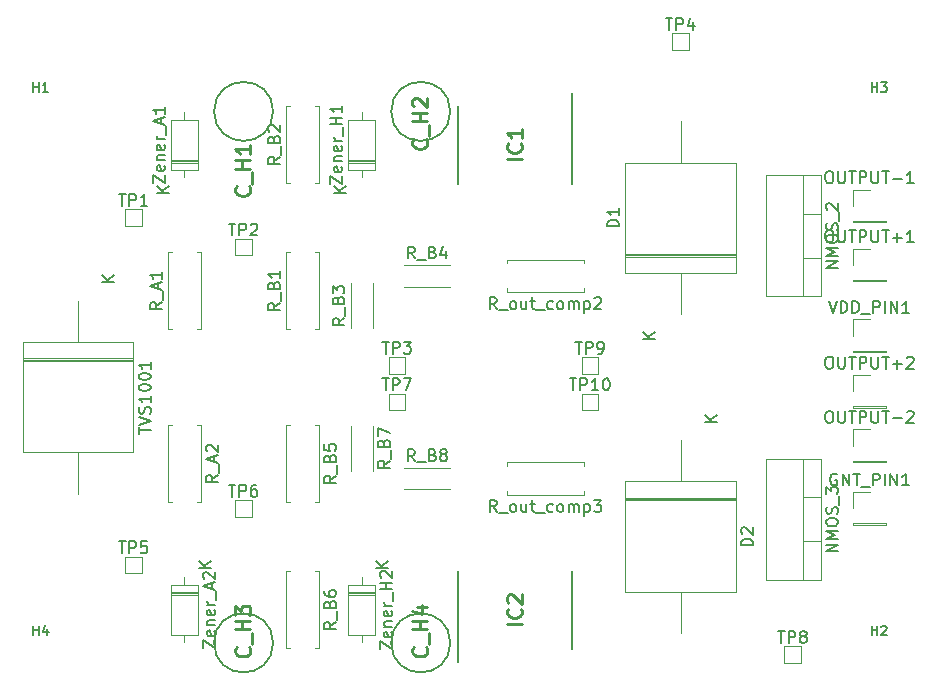
<source format=gbr>
%TF.GenerationSoftware,KiCad,Pcbnew,9.0.1*%
%TF.CreationDate,2025-06-04T18:11:17+03:00*%
%TF.ProjectId,pcb_no_div,7063625f-6e6f-45f6-9469-762e6b696361,rev?*%
%TF.SameCoordinates,Original*%
%TF.FileFunction,Legend,Top*%
%TF.FilePolarity,Positive*%
%FSLAX46Y46*%
G04 Gerber Fmt 4.6, Leading zero omitted, Abs format (unit mm)*
G04 Created by KiCad (PCBNEW 9.0.1) date 2025-06-04 18:11:17*
%MOMM*%
%LPD*%
G01*
G04 APERTURE LIST*
%ADD10C,0.150000*%
%ADD11C,0.254000*%
%ADD12C,0.152400*%
%ADD13C,0.120000*%
%ADD14C,0.200000*%
G04 APERTURE END LIST*
D10*
X75084819Y-60237619D02*
X74608628Y-60570952D01*
X75084819Y-60809047D02*
X74084819Y-60809047D01*
X74084819Y-60809047D02*
X74084819Y-60428095D01*
X74084819Y-60428095D02*
X74132438Y-60332857D01*
X74132438Y-60332857D02*
X74180057Y-60285238D01*
X74180057Y-60285238D02*
X74275295Y-60237619D01*
X74275295Y-60237619D02*
X74418152Y-60237619D01*
X74418152Y-60237619D02*
X74513390Y-60285238D01*
X74513390Y-60285238D02*
X74561009Y-60332857D01*
X74561009Y-60332857D02*
X74608628Y-60428095D01*
X74608628Y-60428095D02*
X74608628Y-60809047D01*
X75180057Y-60047143D02*
X75180057Y-59285238D01*
X74561009Y-58713809D02*
X74608628Y-58570952D01*
X74608628Y-58570952D02*
X74656247Y-58523333D01*
X74656247Y-58523333D02*
X74751485Y-58475714D01*
X74751485Y-58475714D02*
X74894342Y-58475714D01*
X74894342Y-58475714D02*
X74989580Y-58523333D01*
X74989580Y-58523333D02*
X75037200Y-58570952D01*
X75037200Y-58570952D02*
X75084819Y-58666190D01*
X75084819Y-58666190D02*
X75084819Y-59047142D01*
X75084819Y-59047142D02*
X74084819Y-59047142D01*
X74084819Y-59047142D02*
X74084819Y-58713809D01*
X74084819Y-58713809D02*
X74132438Y-58618571D01*
X74132438Y-58618571D02*
X74180057Y-58570952D01*
X74180057Y-58570952D02*
X74275295Y-58523333D01*
X74275295Y-58523333D02*
X74370533Y-58523333D01*
X74370533Y-58523333D02*
X74465771Y-58570952D01*
X74465771Y-58570952D02*
X74513390Y-58618571D01*
X74513390Y-58618571D02*
X74561009Y-58713809D01*
X74561009Y-58713809D02*
X74561009Y-59047142D01*
X75084819Y-57523333D02*
X75084819Y-58094761D01*
X75084819Y-57809047D02*
X74084819Y-57809047D01*
X74084819Y-57809047D02*
X74227676Y-57904285D01*
X74227676Y-57904285D02*
X74322914Y-57999523D01*
X74322914Y-57999523D02*
X74370533Y-58094761D01*
D11*
X72453365Y-89360713D02*
X72513842Y-89421189D01*
X72513842Y-89421189D02*
X72574318Y-89602618D01*
X72574318Y-89602618D02*
X72574318Y-89723570D01*
X72574318Y-89723570D02*
X72513842Y-89904999D01*
X72513842Y-89904999D02*
X72392889Y-90025951D01*
X72392889Y-90025951D02*
X72271937Y-90086428D01*
X72271937Y-90086428D02*
X72030032Y-90146904D01*
X72030032Y-90146904D02*
X71848603Y-90146904D01*
X71848603Y-90146904D02*
X71606699Y-90086428D01*
X71606699Y-90086428D02*
X71485746Y-90025951D01*
X71485746Y-90025951D02*
X71364794Y-89904999D01*
X71364794Y-89904999D02*
X71304318Y-89723570D01*
X71304318Y-89723570D02*
X71304318Y-89602618D01*
X71304318Y-89602618D02*
X71364794Y-89421189D01*
X71364794Y-89421189D02*
X71425270Y-89360713D01*
X72695270Y-89118809D02*
X72695270Y-88151189D01*
X72574318Y-87848809D02*
X71304318Y-87848809D01*
X71909080Y-87848809D02*
X71909080Y-87123094D01*
X72574318Y-87123094D02*
X71304318Y-87123094D01*
X71304318Y-86639285D02*
X71304318Y-85853094D01*
X71304318Y-85853094D02*
X71788127Y-86276428D01*
X71788127Y-86276428D02*
X71788127Y-86094999D01*
X71788127Y-86094999D02*
X71848603Y-85974047D01*
X71848603Y-85974047D02*
X71909080Y-85913571D01*
X71909080Y-85913571D02*
X72030032Y-85853094D01*
X72030032Y-85853094D02*
X72332413Y-85853094D01*
X72332413Y-85853094D02*
X72453365Y-85913571D01*
X72453365Y-85913571D02*
X72513842Y-85974047D01*
X72513842Y-85974047D02*
X72574318Y-86094999D01*
X72574318Y-86094999D02*
X72574318Y-86457856D01*
X72574318Y-86457856D02*
X72513842Y-86578809D01*
X72513842Y-86578809D02*
X72453365Y-86639285D01*
X95574318Y-48049762D02*
X94304318Y-48049762D01*
X95453365Y-46719285D02*
X95513842Y-46779761D01*
X95513842Y-46779761D02*
X95574318Y-46961190D01*
X95574318Y-46961190D02*
X95574318Y-47082142D01*
X95574318Y-47082142D02*
X95513842Y-47263571D01*
X95513842Y-47263571D02*
X95392889Y-47384523D01*
X95392889Y-47384523D02*
X95271937Y-47445000D01*
X95271937Y-47445000D02*
X95030032Y-47505476D01*
X95030032Y-47505476D02*
X94848603Y-47505476D01*
X94848603Y-47505476D02*
X94606699Y-47445000D01*
X94606699Y-47445000D02*
X94485746Y-47384523D01*
X94485746Y-47384523D02*
X94364794Y-47263571D01*
X94364794Y-47263571D02*
X94304318Y-47082142D01*
X94304318Y-47082142D02*
X94304318Y-46961190D01*
X94304318Y-46961190D02*
X94364794Y-46779761D01*
X94364794Y-46779761D02*
X94425270Y-46719285D01*
X95574318Y-45509761D02*
X95574318Y-46235476D01*
X95574318Y-45872619D02*
X94304318Y-45872619D01*
X94304318Y-45872619D02*
X94485746Y-45993571D01*
X94485746Y-45993571D02*
X94606699Y-46114523D01*
X94606699Y-46114523D02*
X94667175Y-46235476D01*
D10*
X100088095Y-63506819D02*
X100659523Y-63506819D01*
X100373809Y-64506819D02*
X100373809Y-63506819D01*
X100992857Y-64506819D02*
X100992857Y-63506819D01*
X100992857Y-63506819D02*
X101373809Y-63506819D01*
X101373809Y-63506819D02*
X101469047Y-63554438D01*
X101469047Y-63554438D02*
X101516666Y-63602057D01*
X101516666Y-63602057D02*
X101564285Y-63697295D01*
X101564285Y-63697295D02*
X101564285Y-63840152D01*
X101564285Y-63840152D02*
X101516666Y-63935390D01*
X101516666Y-63935390D02*
X101469047Y-63983009D01*
X101469047Y-63983009D02*
X101373809Y-64030628D01*
X101373809Y-64030628D02*
X100992857Y-64030628D01*
X102040476Y-64506819D02*
X102230952Y-64506819D01*
X102230952Y-64506819D02*
X102326190Y-64459200D01*
X102326190Y-64459200D02*
X102373809Y-64411580D01*
X102373809Y-64411580D02*
X102469047Y-64268723D01*
X102469047Y-64268723D02*
X102516666Y-64078247D01*
X102516666Y-64078247D02*
X102516666Y-63697295D01*
X102516666Y-63697295D02*
X102469047Y-63602057D01*
X102469047Y-63602057D02*
X102421428Y-63554438D01*
X102421428Y-63554438D02*
X102326190Y-63506819D01*
X102326190Y-63506819D02*
X102135714Y-63506819D01*
X102135714Y-63506819D02*
X102040476Y-63554438D01*
X102040476Y-63554438D02*
X101992857Y-63602057D01*
X101992857Y-63602057D02*
X101945238Y-63697295D01*
X101945238Y-63697295D02*
X101945238Y-63935390D01*
X101945238Y-63935390D02*
X101992857Y-64030628D01*
X101992857Y-64030628D02*
X102040476Y-64078247D01*
X102040476Y-64078247D02*
X102135714Y-64125866D01*
X102135714Y-64125866D02*
X102326190Y-64125866D01*
X102326190Y-64125866D02*
X102421428Y-64078247D01*
X102421428Y-64078247D02*
X102469047Y-64030628D01*
X102469047Y-64030628D02*
X102516666Y-63935390D01*
X70738095Y-75626819D02*
X71309523Y-75626819D01*
X71023809Y-76626819D02*
X71023809Y-75626819D01*
X71642857Y-76626819D02*
X71642857Y-75626819D01*
X71642857Y-75626819D02*
X72023809Y-75626819D01*
X72023809Y-75626819D02*
X72119047Y-75674438D01*
X72119047Y-75674438D02*
X72166666Y-75722057D01*
X72166666Y-75722057D02*
X72214285Y-75817295D01*
X72214285Y-75817295D02*
X72214285Y-75960152D01*
X72214285Y-75960152D02*
X72166666Y-76055390D01*
X72166666Y-76055390D02*
X72119047Y-76103009D01*
X72119047Y-76103009D02*
X72023809Y-76150628D01*
X72023809Y-76150628D02*
X71642857Y-76150628D01*
X73071428Y-75626819D02*
X72880952Y-75626819D01*
X72880952Y-75626819D02*
X72785714Y-75674438D01*
X72785714Y-75674438D02*
X72738095Y-75722057D01*
X72738095Y-75722057D02*
X72642857Y-75864914D01*
X72642857Y-75864914D02*
X72595238Y-76055390D01*
X72595238Y-76055390D02*
X72595238Y-76436342D01*
X72595238Y-76436342D02*
X72642857Y-76531580D01*
X72642857Y-76531580D02*
X72690476Y-76579200D01*
X72690476Y-76579200D02*
X72785714Y-76626819D01*
X72785714Y-76626819D02*
X72976190Y-76626819D01*
X72976190Y-76626819D02*
X73071428Y-76579200D01*
X73071428Y-76579200D02*
X73119047Y-76531580D01*
X73119047Y-76531580D02*
X73166666Y-76436342D01*
X73166666Y-76436342D02*
X73166666Y-76198247D01*
X73166666Y-76198247D02*
X73119047Y-76103009D01*
X73119047Y-76103009D02*
X73071428Y-76055390D01*
X73071428Y-76055390D02*
X72976190Y-76007771D01*
X72976190Y-76007771D02*
X72785714Y-76007771D01*
X72785714Y-76007771D02*
X72690476Y-76055390D01*
X72690476Y-76055390D02*
X72642857Y-76103009D01*
X72642857Y-76103009D02*
X72595238Y-76198247D01*
X79824819Y-87237619D02*
X79348628Y-87570952D01*
X79824819Y-87809047D02*
X78824819Y-87809047D01*
X78824819Y-87809047D02*
X78824819Y-87428095D01*
X78824819Y-87428095D02*
X78872438Y-87332857D01*
X78872438Y-87332857D02*
X78920057Y-87285238D01*
X78920057Y-87285238D02*
X79015295Y-87237619D01*
X79015295Y-87237619D02*
X79158152Y-87237619D01*
X79158152Y-87237619D02*
X79253390Y-87285238D01*
X79253390Y-87285238D02*
X79301009Y-87332857D01*
X79301009Y-87332857D02*
X79348628Y-87428095D01*
X79348628Y-87428095D02*
X79348628Y-87809047D01*
X79920057Y-87047143D02*
X79920057Y-86285238D01*
X79301009Y-85713809D02*
X79348628Y-85570952D01*
X79348628Y-85570952D02*
X79396247Y-85523333D01*
X79396247Y-85523333D02*
X79491485Y-85475714D01*
X79491485Y-85475714D02*
X79634342Y-85475714D01*
X79634342Y-85475714D02*
X79729580Y-85523333D01*
X79729580Y-85523333D02*
X79777200Y-85570952D01*
X79777200Y-85570952D02*
X79824819Y-85666190D01*
X79824819Y-85666190D02*
X79824819Y-86047142D01*
X79824819Y-86047142D02*
X78824819Y-86047142D01*
X78824819Y-86047142D02*
X78824819Y-85713809D01*
X78824819Y-85713809D02*
X78872438Y-85618571D01*
X78872438Y-85618571D02*
X78920057Y-85570952D01*
X78920057Y-85570952D02*
X79015295Y-85523333D01*
X79015295Y-85523333D02*
X79110533Y-85523333D01*
X79110533Y-85523333D02*
X79205771Y-85570952D01*
X79205771Y-85570952D02*
X79253390Y-85618571D01*
X79253390Y-85618571D02*
X79301009Y-85713809D01*
X79301009Y-85713809D02*
X79301009Y-86047142D01*
X78824819Y-84618571D02*
X78824819Y-84809047D01*
X78824819Y-84809047D02*
X78872438Y-84904285D01*
X78872438Y-84904285D02*
X78920057Y-84951904D01*
X78920057Y-84951904D02*
X79062914Y-85047142D01*
X79062914Y-85047142D02*
X79253390Y-85094761D01*
X79253390Y-85094761D02*
X79634342Y-85094761D01*
X79634342Y-85094761D02*
X79729580Y-85047142D01*
X79729580Y-85047142D02*
X79777200Y-84999523D01*
X79777200Y-84999523D02*
X79824819Y-84904285D01*
X79824819Y-84904285D02*
X79824819Y-84713809D01*
X79824819Y-84713809D02*
X79777200Y-84618571D01*
X79777200Y-84618571D02*
X79729580Y-84570952D01*
X79729580Y-84570952D02*
X79634342Y-84523333D01*
X79634342Y-84523333D02*
X79396247Y-84523333D01*
X79396247Y-84523333D02*
X79301009Y-84570952D01*
X79301009Y-84570952D02*
X79253390Y-84618571D01*
X79253390Y-84618571D02*
X79205771Y-84713809D01*
X79205771Y-84713809D02*
X79205771Y-84904285D01*
X79205771Y-84904285D02*
X79253390Y-84999523D01*
X79253390Y-84999523D02*
X79301009Y-85047142D01*
X79301009Y-85047142D02*
X79396247Y-85094761D01*
X79824819Y-74857619D02*
X79348628Y-75190952D01*
X79824819Y-75429047D02*
X78824819Y-75429047D01*
X78824819Y-75429047D02*
X78824819Y-75048095D01*
X78824819Y-75048095D02*
X78872438Y-74952857D01*
X78872438Y-74952857D02*
X78920057Y-74905238D01*
X78920057Y-74905238D02*
X79015295Y-74857619D01*
X79015295Y-74857619D02*
X79158152Y-74857619D01*
X79158152Y-74857619D02*
X79253390Y-74905238D01*
X79253390Y-74905238D02*
X79301009Y-74952857D01*
X79301009Y-74952857D02*
X79348628Y-75048095D01*
X79348628Y-75048095D02*
X79348628Y-75429047D01*
X79920057Y-74667143D02*
X79920057Y-73905238D01*
X79301009Y-73333809D02*
X79348628Y-73190952D01*
X79348628Y-73190952D02*
X79396247Y-73143333D01*
X79396247Y-73143333D02*
X79491485Y-73095714D01*
X79491485Y-73095714D02*
X79634342Y-73095714D01*
X79634342Y-73095714D02*
X79729580Y-73143333D01*
X79729580Y-73143333D02*
X79777200Y-73190952D01*
X79777200Y-73190952D02*
X79824819Y-73286190D01*
X79824819Y-73286190D02*
X79824819Y-73667142D01*
X79824819Y-73667142D02*
X78824819Y-73667142D01*
X78824819Y-73667142D02*
X78824819Y-73333809D01*
X78824819Y-73333809D02*
X78872438Y-73238571D01*
X78872438Y-73238571D02*
X78920057Y-73190952D01*
X78920057Y-73190952D02*
X79015295Y-73143333D01*
X79015295Y-73143333D02*
X79110533Y-73143333D01*
X79110533Y-73143333D02*
X79205771Y-73190952D01*
X79205771Y-73190952D02*
X79253390Y-73238571D01*
X79253390Y-73238571D02*
X79301009Y-73333809D01*
X79301009Y-73333809D02*
X79301009Y-73667142D01*
X78824819Y-72190952D02*
X78824819Y-72667142D01*
X78824819Y-72667142D02*
X79301009Y-72714761D01*
X79301009Y-72714761D02*
X79253390Y-72667142D01*
X79253390Y-72667142D02*
X79205771Y-72571904D01*
X79205771Y-72571904D02*
X79205771Y-72333809D01*
X79205771Y-72333809D02*
X79253390Y-72238571D01*
X79253390Y-72238571D02*
X79301009Y-72190952D01*
X79301009Y-72190952D02*
X79396247Y-72143333D01*
X79396247Y-72143333D02*
X79634342Y-72143333D01*
X79634342Y-72143333D02*
X79729580Y-72190952D01*
X79729580Y-72190952D02*
X79777200Y-72238571D01*
X79777200Y-72238571D02*
X79824819Y-72333809D01*
X79824819Y-72333809D02*
X79824819Y-72571904D01*
X79824819Y-72571904D02*
X79777200Y-72667142D01*
X79777200Y-72667142D02*
X79729580Y-72714761D01*
X80534819Y-61507619D02*
X80058628Y-61840952D01*
X80534819Y-62079047D02*
X79534819Y-62079047D01*
X79534819Y-62079047D02*
X79534819Y-61698095D01*
X79534819Y-61698095D02*
X79582438Y-61602857D01*
X79582438Y-61602857D02*
X79630057Y-61555238D01*
X79630057Y-61555238D02*
X79725295Y-61507619D01*
X79725295Y-61507619D02*
X79868152Y-61507619D01*
X79868152Y-61507619D02*
X79963390Y-61555238D01*
X79963390Y-61555238D02*
X80011009Y-61602857D01*
X80011009Y-61602857D02*
X80058628Y-61698095D01*
X80058628Y-61698095D02*
X80058628Y-62079047D01*
X80630057Y-61317143D02*
X80630057Y-60555238D01*
X80011009Y-59983809D02*
X80058628Y-59840952D01*
X80058628Y-59840952D02*
X80106247Y-59793333D01*
X80106247Y-59793333D02*
X80201485Y-59745714D01*
X80201485Y-59745714D02*
X80344342Y-59745714D01*
X80344342Y-59745714D02*
X80439580Y-59793333D01*
X80439580Y-59793333D02*
X80487200Y-59840952D01*
X80487200Y-59840952D02*
X80534819Y-59936190D01*
X80534819Y-59936190D02*
X80534819Y-60317142D01*
X80534819Y-60317142D02*
X79534819Y-60317142D01*
X79534819Y-60317142D02*
X79534819Y-59983809D01*
X79534819Y-59983809D02*
X79582438Y-59888571D01*
X79582438Y-59888571D02*
X79630057Y-59840952D01*
X79630057Y-59840952D02*
X79725295Y-59793333D01*
X79725295Y-59793333D02*
X79820533Y-59793333D01*
X79820533Y-59793333D02*
X79915771Y-59840952D01*
X79915771Y-59840952D02*
X79963390Y-59888571D01*
X79963390Y-59888571D02*
X80011009Y-59983809D01*
X80011009Y-59983809D02*
X80011009Y-60317142D01*
X79534819Y-59412380D02*
X79534819Y-58793333D01*
X79534819Y-58793333D02*
X79915771Y-59126666D01*
X79915771Y-59126666D02*
X79915771Y-58983809D01*
X79915771Y-58983809D02*
X79963390Y-58888571D01*
X79963390Y-58888571D02*
X80011009Y-58840952D01*
X80011009Y-58840952D02*
X80106247Y-58793333D01*
X80106247Y-58793333D02*
X80344342Y-58793333D01*
X80344342Y-58793333D02*
X80439580Y-58840952D01*
X80439580Y-58840952D02*
X80487200Y-58888571D01*
X80487200Y-58888571D02*
X80534819Y-58983809D01*
X80534819Y-58983809D02*
X80534819Y-59269523D01*
X80534819Y-59269523D02*
X80487200Y-59364761D01*
X80487200Y-59364761D02*
X80439580Y-59412380D01*
X103784819Y-53738094D02*
X102784819Y-53738094D01*
X102784819Y-53738094D02*
X102784819Y-53499999D01*
X102784819Y-53499999D02*
X102832438Y-53357142D01*
X102832438Y-53357142D02*
X102927676Y-53261904D01*
X102927676Y-53261904D02*
X103022914Y-53214285D01*
X103022914Y-53214285D02*
X103213390Y-53166666D01*
X103213390Y-53166666D02*
X103356247Y-53166666D01*
X103356247Y-53166666D02*
X103546723Y-53214285D01*
X103546723Y-53214285D02*
X103641961Y-53261904D01*
X103641961Y-53261904D02*
X103737200Y-53357142D01*
X103737200Y-53357142D02*
X103784819Y-53499999D01*
X103784819Y-53499999D02*
X103784819Y-53738094D01*
X103784819Y-52214285D02*
X103784819Y-52785713D01*
X103784819Y-52499999D02*
X102784819Y-52499999D01*
X102784819Y-52499999D02*
X102927676Y-52595237D01*
X102927676Y-52595237D02*
X103022914Y-52690475D01*
X103022914Y-52690475D02*
X103070533Y-52785713D01*
X106854819Y-63261904D02*
X105854819Y-63261904D01*
X106854819Y-62690476D02*
X106283390Y-63119047D01*
X105854819Y-62690476D02*
X106426247Y-63261904D01*
X117238095Y-88006819D02*
X117809523Y-88006819D01*
X117523809Y-89006819D02*
X117523809Y-88006819D01*
X118142857Y-89006819D02*
X118142857Y-88006819D01*
X118142857Y-88006819D02*
X118523809Y-88006819D01*
X118523809Y-88006819D02*
X118619047Y-88054438D01*
X118619047Y-88054438D02*
X118666666Y-88102057D01*
X118666666Y-88102057D02*
X118714285Y-88197295D01*
X118714285Y-88197295D02*
X118714285Y-88340152D01*
X118714285Y-88340152D02*
X118666666Y-88435390D01*
X118666666Y-88435390D02*
X118619047Y-88483009D01*
X118619047Y-88483009D02*
X118523809Y-88530628D01*
X118523809Y-88530628D02*
X118142857Y-88530628D01*
X119285714Y-88435390D02*
X119190476Y-88387771D01*
X119190476Y-88387771D02*
X119142857Y-88340152D01*
X119142857Y-88340152D02*
X119095238Y-88244914D01*
X119095238Y-88244914D02*
X119095238Y-88197295D01*
X119095238Y-88197295D02*
X119142857Y-88102057D01*
X119142857Y-88102057D02*
X119190476Y-88054438D01*
X119190476Y-88054438D02*
X119285714Y-88006819D01*
X119285714Y-88006819D02*
X119476190Y-88006819D01*
X119476190Y-88006819D02*
X119571428Y-88054438D01*
X119571428Y-88054438D02*
X119619047Y-88102057D01*
X119619047Y-88102057D02*
X119666666Y-88197295D01*
X119666666Y-88197295D02*
X119666666Y-88244914D01*
X119666666Y-88244914D02*
X119619047Y-88340152D01*
X119619047Y-88340152D02*
X119571428Y-88387771D01*
X119571428Y-88387771D02*
X119476190Y-88435390D01*
X119476190Y-88435390D02*
X119285714Y-88435390D01*
X119285714Y-88435390D02*
X119190476Y-88483009D01*
X119190476Y-88483009D02*
X119142857Y-88530628D01*
X119142857Y-88530628D02*
X119095238Y-88625866D01*
X119095238Y-88625866D02*
X119095238Y-88816342D01*
X119095238Y-88816342D02*
X119142857Y-88911580D01*
X119142857Y-88911580D02*
X119190476Y-88959200D01*
X119190476Y-88959200D02*
X119285714Y-89006819D01*
X119285714Y-89006819D02*
X119476190Y-89006819D01*
X119476190Y-89006819D02*
X119571428Y-88959200D01*
X119571428Y-88959200D02*
X119619047Y-88911580D01*
X119619047Y-88911580D02*
X119666666Y-88816342D01*
X119666666Y-88816342D02*
X119666666Y-88625866D01*
X119666666Y-88625866D02*
X119619047Y-88530628D01*
X119619047Y-88530628D02*
X119571428Y-88483009D01*
X119571428Y-88483009D02*
X119476190Y-88435390D01*
D12*
X125180723Y-42361691D02*
X125180723Y-41548891D01*
X125180723Y-41935939D02*
X125645180Y-41935939D01*
X125645180Y-42361691D02*
X125645180Y-41548891D01*
X125954819Y-41548891D02*
X126457981Y-41548891D01*
X126457981Y-41548891D02*
X126187047Y-41858529D01*
X126187047Y-41858529D02*
X126303162Y-41858529D01*
X126303162Y-41858529D02*
X126380571Y-41897234D01*
X126380571Y-41897234D02*
X126419276Y-41935939D01*
X126419276Y-41935939D02*
X126457981Y-42013348D01*
X126457981Y-42013348D02*
X126457981Y-42206872D01*
X126457981Y-42206872D02*
X126419276Y-42284282D01*
X126419276Y-42284282D02*
X126380571Y-42322987D01*
X126380571Y-42322987D02*
X126303162Y-42361691D01*
X126303162Y-42361691D02*
X126070933Y-42361691D01*
X126070933Y-42361691D02*
X125993524Y-42322987D01*
X125993524Y-42322987D02*
X125954819Y-42284282D01*
D11*
X95574318Y-87429762D02*
X94304318Y-87429762D01*
X95453365Y-86099285D02*
X95513842Y-86159761D01*
X95513842Y-86159761D02*
X95574318Y-86341190D01*
X95574318Y-86341190D02*
X95574318Y-86462142D01*
X95574318Y-86462142D02*
X95513842Y-86643571D01*
X95513842Y-86643571D02*
X95392889Y-86764523D01*
X95392889Y-86764523D02*
X95271937Y-86825000D01*
X95271937Y-86825000D02*
X95030032Y-86885476D01*
X95030032Y-86885476D02*
X94848603Y-86885476D01*
X94848603Y-86885476D02*
X94606699Y-86825000D01*
X94606699Y-86825000D02*
X94485746Y-86764523D01*
X94485746Y-86764523D02*
X94364794Y-86643571D01*
X94364794Y-86643571D02*
X94304318Y-86462142D01*
X94304318Y-86462142D02*
X94304318Y-86341190D01*
X94304318Y-86341190D02*
X94364794Y-86159761D01*
X94364794Y-86159761D02*
X94425270Y-86099285D01*
X94425270Y-85615476D02*
X94364794Y-85555000D01*
X94364794Y-85555000D02*
X94304318Y-85434047D01*
X94304318Y-85434047D02*
X94304318Y-85131666D01*
X94304318Y-85131666D02*
X94364794Y-85010714D01*
X94364794Y-85010714D02*
X94425270Y-84950238D01*
X94425270Y-84950238D02*
X94546222Y-84889761D01*
X94546222Y-84889761D02*
X94667175Y-84889761D01*
X94667175Y-84889761D02*
X94848603Y-84950238D01*
X94848603Y-84950238D02*
X95574318Y-85675952D01*
X95574318Y-85675952D02*
X95574318Y-84889761D01*
D10*
X122324819Y-57254285D02*
X121324819Y-57254285D01*
X121324819Y-57254285D02*
X122324819Y-56682857D01*
X122324819Y-56682857D02*
X121324819Y-56682857D01*
X122324819Y-56206666D02*
X121324819Y-56206666D01*
X121324819Y-56206666D02*
X122039104Y-55873333D01*
X122039104Y-55873333D02*
X121324819Y-55540000D01*
X121324819Y-55540000D02*
X122324819Y-55540000D01*
X121324819Y-54873333D02*
X121324819Y-54682857D01*
X121324819Y-54682857D02*
X121372438Y-54587619D01*
X121372438Y-54587619D02*
X121467676Y-54492381D01*
X121467676Y-54492381D02*
X121658152Y-54444762D01*
X121658152Y-54444762D02*
X121991485Y-54444762D01*
X121991485Y-54444762D02*
X122181961Y-54492381D01*
X122181961Y-54492381D02*
X122277200Y-54587619D01*
X122277200Y-54587619D02*
X122324819Y-54682857D01*
X122324819Y-54682857D02*
X122324819Y-54873333D01*
X122324819Y-54873333D02*
X122277200Y-54968571D01*
X122277200Y-54968571D02*
X122181961Y-55063809D01*
X122181961Y-55063809D02*
X121991485Y-55111428D01*
X121991485Y-55111428D02*
X121658152Y-55111428D01*
X121658152Y-55111428D02*
X121467676Y-55063809D01*
X121467676Y-55063809D02*
X121372438Y-54968571D01*
X121372438Y-54968571D02*
X121324819Y-54873333D01*
X122277200Y-54063809D02*
X122324819Y-53920952D01*
X122324819Y-53920952D02*
X122324819Y-53682857D01*
X122324819Y-53682857D02*
X122277200Y-53587619D01*
X122277200Y-53587619D02*
X122229580Y-53540000D01*
X122229580Y-53540000D02*
X122134342Y-53492381D01*
X122134342Y-53492381D02*
X122039104Y-53492381D01*
X122039104Y-53492381D02*
X121943866Y-53540000D01*
X121943866Y-53540000D02*
X121896247Y-53587619D01*
X121896247Y-53587619D02*
X121848628Y-53682857D01*
X121848628Y-53682857D02*
X121801009Y-53873333D01*
X121801009Y-53873333D02*
X121753390Y-53968571D01*
X121753390Y-53968571D02*
X121705771Y-54016190D01*
X121705771Y-54016190D02*
X121610533Y-54063809D01*
X121610533Y-54063809D02*
X121515295Y-54063809D01*
X121515295Y-54063809D02*
X121420057Y-54016190D01*
X121420057Y-54016190D02*
X121372438Y-53968571D01*
X121372438Y-53968571D02*
X121324819Y-53873333D01*
X121324819Y-53873333D02*
X121324819Y-53635238D01*
X121324819Y-53635238D02*
X121372438Y-53492381D01*
X122420057Y-53301905D02*
X122420057Y-52540000D01*
X121420057Y-52349523D02*
X121372438Y-52301904D01*
X121372438Y-52301904D02*
X121324819Y-52206666D01*
X121324819Y-52206666D02*
X121324819Y-51968571D01*
X121324819Y-51968571D02*
X121372438Y-51873333D01*
X121372438Y-51873333D02*
X121420057Y-51825714D01*
X121420057Y-51825714D02*
X121515295Y-51778095D01*
X121515295Y-51778095D02*
X121610533Y-51778095D01*
X121610533Y-51778095D02*
X121753390Y-51825714D01*
X121753390Y-51825714D02*
X122324819Y-52397142D01*
X122324819Y-52397142D02*
X122324819Y-51778095D01*
X99611905Y-66606819D02*
X100183333Y-66606819D01*
X99897619Y-67606819D02*
X99897619Y-66606819D01*
X100516667Y-67606819D02*
X100516667Y-66606819D01*
X100516667Y-66606819D02*
X100897619Y-66606819D01*
X100897619Y-66606819D02*
X100992857Y-66654438D01*
X100992857Y-66654438D02*
X101040476Y-66702057D01*
X101040476Y-66702057D02*
X101088095Y-66797295D01*
X101088095Y-66797295D02*
X101088095Y-66940152D01*
X101088095Y-66940152D02*
X101040476Y-67035390D01*
X101040476Y-67035390D02*
X100992857Y-67083009D01*
X100992857Y-67083009D02*
X100897619Y-67130628D01*
X100897619Y-67130628D02*
X100516667Y-67130628D01*
X102040476Y-67606819D02*
X101469048Y-67606819D01*
X101754762Y-67606819D02*
X101754762Y-66606819D01*
X101754762Y-66606819D02*
X101659524Y-66749676D01*
X101659524Y-66749676D02*
X101564286Y-66844914D01*
X101564286Y-66844914D02*
X101469048Y-66892533D01*
X102659524Y-66606819D02*
X102754762Y-66606819D01*
X102754762Y-66606819D02*
X102850000Y-66654438D01*
X102850000Y-66654438D02*
X102897619Y-66702057D01*
X102897619Y-66702057D02*
X102945238Y-66797295D01*
X102945238Y-66797295D02*
X102992857Y-66987771D01*
X102992857Y-66987771D02*
X102992857Y-67225866D01*
X102992857Y-67225866D02*
X102945238Y-67416342D01*
X102945238Y-67416342D02*
X102897619Y-67511580D01*
X102897619Y-67511580D02*
X102850000Y-67559200D01*
X102850000Y-67559200D02*
X102754762Y-67606819D01*
X102754762Y-67606819D02*
X102659524Y-67606819D01*
X102659524Y-67606819D02*
X102564286Y-67559200D01*
X102564286Y-67559200D02*
X102516667Y-67511580D01*
X102516667Y-67511580D02*
X102469048Y-67416342D01*
X102469048Y-67416342D02*
X102421429Y-67225866D01*
X102421429Y-67225866D02*
X102421429Y-66987771D01*
X102421429Y-66987771D02*
X102469048Y-66797295D01*
X102469048Y-66797295D02*
X102516667Y-66702057D01*
X102516667Y-66702057D02*
X102564286Y-66654438D01*
X102564286Y-66654438D02*
X102659524Y-66606819D01*
D12*
X54180723Y-42361691D02*
X54180723Y-41548891D01*
X54180723Y-41935939D02*
X54645180Y-41935939D01*
X54645180Y-42361691D02*
X54645180Y-41548891D01*
X55457981Y-42361691D02*
X54993524Y-42361691D01*
X55225752Y-42361691D02*
X55225752Y-41548891D01*
X55225752Y-41548891D02*
X55148343Y-41665006D01*
X55148343Y-41665006D02*
X55070933Y-41742415D01*
X55070933Y-41742415D02*
X54993524Y-41781120D01*
X125180723Y-88361691D02*
X125180723Y-87548891D01*
X125180723Y-87935939D02*
X125645180Y-87935939D01*
X125645180Y-88361691D02*
X125645180Y-87548891D01*
X125993524Y-87626301D02*
X126032228Y-87587596D01*
X126032228Y-87587596D02*
X126109638Y-87548891D01*
X126109638Y-87548891D02*
X126303162Y-87548891D01*
X126303162Y-87548891D02*
X126380571Y-87587596D01*
X126380571Y-87587596D02*
X126419276Y-87626301D01*
X126419276Y-87626301D02*
X126457981Y-87703710D01*
X126457981Y-87703710D02*
X126457981Y-87781120D01*
X126457981Y-87781120D02*
X126419276Y-87897234D01*
X126419276Y-87897234D02*
X125954819Y-88361691D01*
X125954819Y-88361691D02*
X126457981Y-88361691D01*
D11*
X87453365Y-46360713D02*
X87513842Y-46421189D01*
X87513842Y-46421189D02*
X87574318Y-46602618D01*
X87574318Y-46602618D02*
X87574318Y-46723570D01*
X87574318Y-46723570D02*
X87513842Y-46904999D01*
X87513842Y-46904999D02*
X87392889Y-47025951D01*
X87392889Y-47025951D02*
X87271937Y-47086428D01*
X87271937Y-47086428D02*
X87030032Y-47146904D01*
X87030032Y-47146904D02*
X86848603Y-47146904D01*
X86848603Y-47146904D02*
X86606699Y-47086428D01*
X86606699Y-47086428D02*
X86485746Y-47025951D01*
X86485746Y-47025951D02*
X86364794Y-46904999D01*
X86364794Y-46904999D02*
X86304318Y-46723570D01*
X86304318Y-46723570D02*
X86304318Y-46602618D01*
X86304318Y-46602618D02*
X86364794Y-46421189D01*
X86364794Y-46421189D02*
X86425270Y-46360713D01*
X87695270Y-46118809D02*
X87695270Y-45151189D01*
X87574318Y-44848809D02*
X86304318Y-44848809D01*
X86909080Y-44848809D02*
X86909080Y-44123094D01*
X87574318Y-44123094D02*
X86304318Y-44123094D01*
X86425270Y-43578809D02*
X86364794Y-43518333D01*
X86364794Y-43518333D02*
X86304318Y-43397380D01*
X86304318Y-43397380D02*
X86304318Y-43094999D01*
X86304318Y-43094999D02*
X86364794Y-42974047D01*
X86364794Y-42974047D02*
X86425270Y-42913571D01*
X86425270Y-42913571D02*
X86546222Y-42853094D01*
X86546222Y-42853094D02*
X86667175Y-42853094D01*
X86667175Y-42853094D02*
X86848603Y-42913571D01*
X86848603Y-42913571D02*
X87574318Y-43639285D01*
X87574318Y-43639285D02*
X87574318Y-42853094D01*
D10*
X84374819Y-73587619D02*
X83898628Y-73920952D01*
X84374819Y-74159047D02*
X83374819Y-74159047D01*
X83374819Y-74159047D02*
X83374819Y-73778095D01*
X83374819Y-73778095D02*
X83422438Y-73682857D01*
X83422438Y-73682857D02*
X83470057Y-73635238D01*
X83470057Y-73635238D02*
X83565295Y-73587619D01*
X83565295Y-73587619D02*
X83708152Y-73587619D01*
X83708152Y-73587619D02*
X83803390Y-73635238D01*
X83803390Y-73635238D02*
X83851009Y-73682857D01*
X83851009Y-73682857D02*
X83898628Y-73778095D01*
X83898628Y-73778095D02*
X83898628Y-74159047D01*
X84470057Y-73397143D02*
X84470057Y-72635238D01*
X83851009Y-72063809D02*
X83898628Y-71920952D01*
X83898628Y-71920952D02*
X83946247Y-71873333D01*
X83946247Y-71873333D02*
X84041485Y-71825714D01*
X84041485Y-71825714D02*
X84184342Y-71825714D01*
X84184342Y-71825714D02*
X84279580Y-71873333D01*
X84279580Y-71873333D02*
X84327200Y-71920952D01*
X84327200Y-71920952D02*
X84374819Y-72016190D01*
X84374819Y-72016190D02*
X84374819Y-72397142D01*
X84374819Y-72397142D02*
X83374819Y-72397142D01*
X83374819Y-72397142D02*
X83374819Y-72063809D01*
X83374819Y-72063809D02*
X83422438Y-71968571D01*
X83422438Y-71968571D02*
X83470057Y-71920952D01*
X83470057Y-71920952D02*
X83565295Y-71873333D01*
X83565295Y-71873333D02*
X83660533Y-71873333D01*
X83660533Y-71873333D02*
X83755771Y-71920952D01*
X83755771Y-71920952D02*
X83803390Y-71968571D01*
X83803390Y-71968571D02*
X83851009Y-72063809D01*
X83851009Y-72063809D02*
X83851009Y-72397142D01*
X83374819Y-71492380D02*
X83374819Y-70825714D01*
X83374819Y-70825714D02*
X84374819Y-71254285D01*
X107738095Y-36106819D02*
X108309523Y-36106819D01*
X108023809Y-37106819D02*
X108023809Y-36106819D01*
X108642857Y-37106819D02*
X108642857Y-36106819D01*
X108642857Y-36106819D02*
X109023809Y-36106819D01*
X109023809Y-36106819D02*
X109119047Y-36154438D01*
X109119047Y-36154438D02*
X109166666Y-36202057D01*
X109166666Y-36202057D02*
X109214285Y-36297295D01*
X109214285Y-36297295D02*
X109214285Y-36440152D01*
X109214285Y-36440152D02*
X109166666Y-36535390D01*
X109166666Y-36535390D02*
X109119047Y-36583009D01*
X109119047Y-36583009D02*
X109023809Y-36630628D01*
X109023809Y-36630628D02*
X108642857Y-36630628D01*
X110071428Y-36440152D02*
X110071428Y-37106819D01*
X109833333Y-36059200D02*
X109595238Y-36773485D01*
X109595238Y-36773485D02*
X110214285Y-36773485D01*
X115124819Y-80738094D02*
X114124819Y-80738094D01*
X114124819Y-80738094D02*
X114124819Y-80499999D01*
X114124819Y-80499999D02*
X114172438Y-80357142D01*
X114172438Y-80357142D02*
X114267676Y-80261904D01*
X114267676Y-80261904D02*
X114362914Y-80214285D01*
X114362914Y-80214285D02*
X114553390Y-80166666D01*
X114553390Y-80166666D02*
X114696247Y-80166666D01*
X114696247Y-80166666D02*
X114886723Y-80214285D01*
X114886723Y-80214285D02*
X114981961Y-80261904D01*
X114981961Y-80261904D02*
X115077200Y-80357142D01*
X115077200Y-80357142D02*
X115124819Y-80499999D01*
X115124819Y-80499999D02*
X115124819Y-80738094D01*
X114220057Y-79785713D02*
X114172438Y-79738094D01*
X114172438Y-79738094D02*
X114124819Y-79642856D01*
X114124819Y-79642856D02*
X114124819Y-79404761D01*
X114124819Y-79404761D02*
X114172438Y-79309523D01*
X114172438Y-79309523D02*
X114220057Y-79261904D01*
X114220057Y-79261904D02*
X114315295Y-79214285D01*
X114315295Y-79214285D02*
X114410533Y-79214285D01*
X114410533Y-79214285D02*
X114553390Y-79261904D01*
X114553390Y-79261904D02*
X115124819Y-79833332D01*
X115124819Y-79833332D02*
X115124819Y-79214285D01*
X112054819Y-70261904D02*
X111054819Y-70261904D01*
X112054819Y-69690476D02*
X111483390Y-70119047D01*
X111054819Y-69690476D02*
X111626247Y-70261904D01*
X69824819Y-74786190D02*
X69348628Y-75119523D01*
X69824819Y-75357618D02*
X68824819Y-75357618D01*
X68824819Y-75357618D02*
X68824819Y-74976666D01*
X68824819Y-74976666D02*
X68872438Y-74881428D01*
X68872438Y-74881428D02*
X68920057Y-74833809D01*
X68920057Y-74833809D02*
X69015295Y-74786190D01*
X69015295Y-74786190D02*
X69158152Y-74786190D01*
X69158152Y-74786190D02*
X69253390Y-74833809D01*
X69253390Y-74833809D02*
X69301009Y-74881428D01*
X69301009Y-74881428D02*
X69348628Y-74976666D01*
X69348628Y-74976666D02*
X69348628Y-75357618D01*
X69920057Y-74595714D02*
X69920057Y-73833809D01*
X69539104Y-73643332D02*
X69539104Y-73167142D01*
X69824819Y-73738570D02*
X68824819Y-73405237D01*
X68824819Y-73405237D02*
X69824819Y-73071904D01*
X68920057Y-72786189D02*
X68872438Y-72738570D01*
X68872438Y-72738570D02*
X68824819Y-72643332D01*
X68824819Y-72643332D02*
X68824819Y-72405237D01*
X68824819Y-72405237D02*
X68872438Y-72309999D01*
X68872438Y-72309999D02*
X68920057Y-72262380D01*
X68920057Y-72262380D02*
X69015295Y-72214761D01*
X69015295Y-72214761D02*
X69110533Y-72214761D01*
X69110533Y-72214761D02*
X69253390Y-72262380D01*
X69253390Y-72262380D02*
X69824819Y-72833808D01*
X69824819Y-72833808D02*
X69824819Y-72214761D01*
X83738095Y-63506819D02*
X84309523Y-63506819D01*
X84023809Y-64506819D02*
X84023809Y-63506819D01*
X84642857Y-64506819D02*
X84642857Y-63506819D01*
X84642857Y-63506819D02*
X85023809Y-63506819D01*
X85023809Y-63506819D02*
X85119047Y-63554438D01*
X85119047Y-63554438D02*
X85166666Y-63602057D01*
X85166666Y-63602057D02*
X85214285Y-63697295D01*
X85214285Y-63697295D02*
X85214285Y-63840152D01*
X85214285Y-63840152D02*
X85166666Y-63935390D01*
X85166666Y-63935390D02*
X85119047Y-63983009D01*
X85119047Y-63983009D02*
X85023809Y-64030628D01*
X85023809Y-64030628D02*
X84642857Y-64030628D01*
X85547619Y-63506819D02*
X86166666Y-63506819D01*
X86166666Y-63506819D02*
X85833333Y-63887771D01*
X85833333Y-63887771D02*
X85976190Y-63887771D01*
X85976190Y-63887771D02*
X86071428Y-63935390D01*
X86071428Y-63935390D02*
X86119047Y-63983009D01*
X86119047Y-63983009D02*
X86166666Y-64078247D01*
X86166666Y-64078247D02*
X86166666Y-64316342D01*
X86166666Y-64316342D02*
X86119047Y-64411580D01*
X86119047Y-64411580D02*
X86071428Y-64459200D01*
X86071428Y-64459200D02*
X85976190Y-64506819D01*
X85976190Y-64506819D02*
X85690476Y-64506819D01*
X85690476Y-64506819D02*
X85595238Y-64459200D01*
X85595238Y-64459200D02*
X85547619Y-64411580D01*
D12*
X54180723Y-88361691D02*
X54180723Y-87548891D01*
X54180723Y-87935939D02*
X54645180Y-87935939D01*
X54645180Y-88361691D02*
X54645180Y-87548891D01*
X55380571Y-87819825D02*
X55380571Y-88361691D01*
X55187047Y-87510187D02*
X54993524Y-88090758D01*
X54993524Y-88090758D02*
X55496685Y-88090758D01*
D10*
X61438095Y-80406819D02*
X62009523Y-80406819D01*
X61723809Y-81406819D02*
X61723809Y-80406819D01*
X62342857Y-81406819D02*
X62342857Y-80406819D01*
X62342857Y-80406819D02*
X62723809Y-80406819D01*
X62723809Y-80406819D02*
X62819047Y-80454438D01*
X62819047Y-80454438D02*
X62866666Y-80502057D01*
X62866666Y-80502057D02*
X62914285Y-80597295D01*
X62914285Y-80597295D02*
X62914285Y-80740152D01*
X62914285Y-80740152D02*
X62866666Y-80835390D01*
X62866666Y-80835390D02*
X62819047Y-80883009D01*
X62819047Y-80883009D02*
X62723809Y-80930628D01*
X62723809Y-80930628D02*
X62342857Y-80930628D01*
X63819047Y-80406819D02*
X63342857Y-80406819D01*
X63342857Y-80406819D02*
X63295238Y-80883009D01*
X63295238Y-80883009D02*
X63342857Y-80835390D01*
X63342857Y-80835390D02*
X63438095Y-80787771D01*
X63438095Y-80787771D02*
X63676190Y-80787771D01*
X63676190Y-80787771D02*
X63771428Y-80835390D01*
X63771428Y-80835390D02*
X63819047Y-80883009D01*
X63819047Y-80883009D02*
X63866666Y-80978247D01*
X63866666Y-80978247D02*
X63866666Y-81216342D01*
X63866666Y-81216342D02*
X63819047Y-81311580D01*
X63819047Y-81311580D02*
X63771428Y-81359200D01*
X63771428Y-81359200D02*
X63676190Y-81406819D01*
X63676190Y-81406819D02*
X63438095Y-81406819D01*
X63438095Y-81406819D02*
X63342857Y-81359200D01*
X63342857Y-81359200D02*
X63295238Y-81311580D01*
X121500000Y-64774819D02*
X121690476Y-64774819D01*
X121690476Y-64774819D02*
X121785714Y-64822438D01*
X121785714Y-64822438D02*
X121880952Y-64917676D01*
X121880952Y-64917676D02*
X121928571Y-65108152D01*
X121928571Y-65108152D02*
X121928571Y-65441485D01*
X121928571Y-65441485D02*
X121880952Y-65631961D01*
X121880952Y-65631961D02*
X121785714Y-65727200D01*
X121785714Y-65727200D02*
X121690476Y-65774819D01*
X121690476Y-65774819D02*
X121500000Y-65774819D01*
X121500000Y-65774819D02*
X121404762Y-65727200D01*
X121404762Y-65727200D02*
X121309524Y-65631961D01*
X121309524Y-65631961D02*
X121261905Y-65441485D01*
X121261905Y-65441485D02*
X121261905Y-65108152D01*
X121261905Y-65108152D02*
X121309524Y-64917676D01*
X121309524Y-64917676D02*
X121404762Y-64822438D01*
X121404762Y-64822438D02*
X121500000Y-64774819D01*
X122357143Y-64774819D02*
X122357143Y-65584342D01*
X122357143Y-65584342D02*
X122404762Y-65679580D01*
X122404762Y-65679580D02*
X122452381Y-65727200D01*
X122452381Y-65727200D02*
X122547619Y-65774819D01*
X122547619Y-65774819D02*
X122738095Y-65774819D01*
X122738095Y-65774819D02*
X122833333Y-65727200D01*
X122833333Y-65727200D02*
X122880952Y-65679580D01*
X122880952Y-65679580D02*
X122928571Y-65584342D01*
X122928571Y-65584342D02*
X122928571Y-64774819D01*
X123261905Y-64774819D02*
X123833333Y-64774819D01*
X123547619Y-65774819D02*
X123547619Y-64774819D01*
X124166667Y-65774819D02*
X124166667Y-64774819D01*
X124166667Y-64774819D02*
X124547619Y-64774819D01*
X124547619Y-64774819D02*
X124642857Y-64822438D01*
X124642857Y-64822438D02*
X124690476Y-64870057D01*
X124690476Y-64870057D02*
X124738095Y-64965295D01*
X124738095Y-64965295D02*
X124738095Y-65108152D01*
X124738095Y-65108152D02*
X124690476Y-65203390D01*
X124690476Y-65203390D02*
X124642857Y-65251009D01*
X124642857Y-65251009D02*
X124547619Y-65298628D01*
X124547619Y-65298628D02*
X124166667Y-65298628D01*
X125166667Y-64774819D02*
X125166667Y-65584342D01*
X125166667Y-65584342D02*
X125214286Y-65679580D01*
X125214286Y-65679580D02*
X125261905Y-65727200D01*
X125261905Y-65727200D02*
X125357143Y-65774819D01*
X125357143Y-65774819D02*
X125547619Y-65774819D01*
X125547619Y-65774819D02*
X125642857Y-65727200D01*
X125642857Y-65727200D02*
X125690476Y-65679580D01*
X125690476Y-65679580D02*
X125738095Y-65584342D01*
X125738095Y-65584342D02*
X125738095Y-64774819D01*
X126071429Y-64774819D02*
X126642857Y-64774819D01*
X126357143Y-65774819D02*
X126357143Y-64774819D01*
X126976191Y-65393866D02*
X127738096Y-65393866D01*
X127357143Y-65774819D02*
X127357143Y-65012914D01*
X128166667Y-64870057D02*
X128214286Y-64822438D01*
X128214286Y-64822438D02*
X128309524Y-64774819D01*
X128309524Y-64774819D02*
X128547619Y-64774819D01*
X128547619Y-64774819D02*
X128642857Y-64822438D01*
X128642857Y-64822438D02*
X128690476Y-64870057D01*
X128690476Y-64870057D02*
X128738095Y-64965295D01*
X128738095Y-64965295D02*
X128738095Y-65060533D01*
X128738095Y-65060533D02*
X128690476Y-65203390D01*
X128690476Y-65203390D02*
X128119048Y-65774819D01*
X128119048Y-65774819D02*
X128738095Y-65774819D01*
X70738095Y-53506819D02*
X71309523Y-53506819D01*
X71023809Y-54506819D02*
X71023809Y-53506819D01*
X71642857Y-54506819D02*
X71642857Y-53506819D01*
X71642857Y-53506819D02*
X72023809Y-53506819D01*
X72023809Y-53506819D02*
X72119047Y-53554438D01*
X72119047Y-53554438D02*
X72166666Y-53602057D01*
X72166666Y-53602057D02*
X72214285Y-53697295D01*
X72214285Y-53697295D02*
X72214285Y-53840152D01*
X72214285Y-53840152D02*
X72166666Y-53935390D01*
X72166666Y-53935390D02*
X72119047Y-53983009D01*
X72119047Y-53983009D02*
X72023809Y-54030628D01*
X72023809Y-54030628D02*
X71642857Y-54030628D01*
X72595238Y-53602057D02*
X72642857Y-53554438D01*
X72642857Y-53554438D02*
X72738095Y-53506819D01*
X72738095Y-53506819D02*
X72976190Y-53506819D01*
X72976190Y-53506819D02*
X73071428Y-53554438D01*
X73071428Y-53554438D02*
X73119047Y-53602057D01*
X73119047Y-53602057D02*
X73166666Y-53697295D01*
X73166666Y-53697295D02*
X73166666Y-53792533D01*
X73166666Y-53792533D02*
X73119047Y-53935390D01*
X73119047Y-53935390D02*
X72547619Y-54506819D01*
X72547619Y-54506819D02*
X73166666Y-54506819D01*
X122238095Y-74722438D02*
X122142857Y-74674819D01*
X122142857Y-74674819D02*
X122000000Y-74674819D01*
X122000000Y-74674819D02*
X121857143Y-74722438D01*
X121857143Y-74722438D02*
X121761905Y-74817676D01*
X121761905Y-74817676D02*
X121714286Y-74912914D01*
X121714286Y-74912914D02*
X121666667Y-75103390D01*
X121666667Y-75103390D02*
X121666667Y-75246247D01*
X121666667Y-75246247D02*
X121714286Y-75436723D01*
X121714286Y-75436723D02*
X121761905Y-75531961D01*
X121761905Y-75531961D02*
X121857143Y-75627200D01*
X121857143Y-75627200D02*
X122000000Y-75674819D01*
X122000000Y-75674819D02*
X122095238Y-75674819D01*
X122095238Y-75674819D02*
X122238095Y-75627200D01*
X122238095Y-75627200D02*
X122285714Y-75579580D01*
X122285714Y-75579580D02*
X122285714Y-75246247D01*
X122285714Y-75246247D02*
X122095238Y-75246247D01*
X122714286Y-75674819D02*
X122714286Y-74674819D01*
X122714286Y-74674819D02*
X123285714Y-75674819D01*
X123285714Y-75674819D02*
X123285714Y-74674819D01*
X123619048Y-74674819D02*
X124190476Y-74674819D01*
X123904762Y-75674819D02*
X123904762Y-74674819D01*
X124285715Y-75770057D02*
X125047619Y-75770057D01*
X125285715Y-75674819D02*
X125285715Y-74674819D01*
X125285715Y-74674819D02*
X125666667Y-74674819D01*
X125666667Y-74674819D02*
X125761905Y-74722438D01*
X125761905Y-74722438D02*
X125809524Y-74770057D01*
X125809524Y-74770057D02*
X125857143Y-74865295D01*
X125857143Y-74865295D02*
X125857143Y-75008152D01*
X125857143Y-75008152D02*
X125809524Y-75103390D01*
X125809524Y-75103390D02*
X125761905Y-75151009D01*
X125761905Y-75151009D02*
X125666667Y-75198628D01*
X125666667Y-75198628D02*
X125285715Y-75198628D01*
X126285715Y-75674819D02*
X126285715Y-74674819D01*
X126761905Y-75674819D02*
X126761905Y-74674819D01*
X126761905Y-74674819D02*
X127333333Y-75674819D01*
X127333333Y-75674819D02*
X127333333Y-74674819D01*
X128333333Y-75674819D02*
X127761905Y-75674819D01*
X128047619Y-75674819D02*
X128047619Y-74674819D01*
X128047619Y-74674819D02*
X127952381Y-74817676D01*
X127952381Y-74817676D02*
X127857143Y-74912914D01*
X127857143Y-74912914D02*
X127761905Y-74960533D01*
X121500000Y-54074819D02*
X121690476Y-54074819D01*
X121690476Y-54074819D02*
X121785714Y-54122438D01*
X121785714Y-54122438D02*
X121880952Y-54217676D01*
X121880952Y-54217676D02*
X121928571Y-54408152D01*
X121928571Y-54408152D02*
X121928571Y-54741485D01*
X121928571Y-54741485D02*
X121880952Y-54931961D01*
X121880952Y-54931961D02*
X121785714Y-55027200D01*
X121785714Y-55027200D02*
X121690476Y-55074819D01*
X121690476Y-55074819D02*
X121500000Y-55074819D01*
X121500000Y-55074819D02*
X121404762Y-55027200D01*
X121404762Y-55027200D02*
X121309524Y-54931961D01*
X121309524Y-54931961D02*
X121261905Y-54741485D01*
X121261905Y-54741485D02*
X121261905Y-54408152D01*
X121261905Y-54408152D02*
X121309524Y-54217676D01*
X121309524Y-54217676D02*
X121404762Y-54122438D01*
X121404762Y-54122438D02*
X121500000Y-54074819D01*
X122357143Y-54074819D02*
X122357143Y-54884342D01*
X122357143Y-54884342D02*
X122404762Y-54979580D01*
X122404762Y-54979580D02*
X122452381Y-55027200D01*
X122452381Y-55027200D02*
X122547619Y-55074819D01*
X122547619Y-55074819D02*
X122738095Y-55074819D01*
X122738095Y-55074819D02*
X122833333Y-55027200D01*
X122833333Y-55027200D02*
X122880952Y-54979580D01*
X122880952Y-54979580D02*
X122928571Y-54884342D01*
X122928571Y-54884342D02*
X122928571Y-54074819D01*
X123261905Y-54074819D02*
X123833333Y-54074819D01*
X123547619Y-55074819D02*
X123547619Y-54074819D01*
X124166667Y-55074819D02*
X124166667Y-54074819D01*
X124166667Y-54074819D02*
X124547619Y-54074819D01*
X124547619Y-54074819D02*
X124642857Y-54122438D01*
X124642857Y-54122438D02*
X124690476Y-54170057D01*
X124690476Y-54170057D02*
X124738095Y-54265295D01*
X124738095Y-54265295D02*
X124738095Y-54408152D01*
X124738095Y-54408152D02*
X124690476Y-54503390D01*
X124690476Y-54503390D02*
X124642857Y-54551009D01*
X124642857Y-54551009D02*
X124547619Y-54598628D01*
X124547619Y-54598628D02*
X124166667Y-54598628D01*
X125166667Y-54074819D02*
X125166667Y-54884342D01*
X125166667Y-54884342D02*
X125214286Y-54979580D01*
X125214286Y-54979580D02*
X125261905Y-55027200D01*
X125261905Y-55027200D02*
X125357143Y-55074819D01*
X125357143Y-55074819D02*
X125547619Y-55074819D01*
X125547619Y-55074819D02*
X125642857Y-55027200D01*
X125642857Y-55027200D02*
X125690476Y-54979580D01*
X125690476Y-54979580D02*
X125738095Y-54884342D01*
X125738095Y-54884342D02*
X125738095Y-54074819D01*
X126071429Y-54074819D02*
X126642857Y-54074819D01*
X126357143Y-55074819D02*
X126357143Y-54074819D01*
X126976191Y-54693866D02*
X127738096Y-54693866D01*
X127357143Y-55074819D02*
X127357143Y-54312914D01*
X128738095Y-55074819D02*
X128166667Y-55074819D01*
X128452381Y-55074819D02*
X128452381Y-54074819D01*
X128452381Y-54074819D02*
X128357143Y-54217676D01*
X128357143Y-54217676D02*
X128261905Y-54312914D01*
X128261905Y-54312914D02*
X128166667Y-54360533D01*
X86492380Y-56454819D02*
X86159047Y-55978628D01*
X85920952Y-56454819D02*
X85920952Y-55454819D01*
X85920952Y-55454819D02*
X86301904Y-55454819D01*
X86301904Y-55454819D02*
X86397142Y-55502438D01*
X86397142Y-55502438D02*
X86444761Y-55550057D01*
X86444761Y-55550057D02*
X86492380Y-55645295D01*
X86492380Y-55645295D02*
X86492380Y-55788152D01*
X86492380Y-55788152D02*
X86444761Y-55883390D01*
X86444761Y-55883390D02*
X86397142Y-55931009D01*
X86397142Y-55931009D02*
X86301904Y-55978628D01*
X86301904Y-55978628D02*
X85920952Y-55978628D01*
X86682857Y-56550057D02*
X87444761Y-56550057D01*
X88016190Y-55931009D02*
X88159047Y-55978628D01*
X88159047Y-55978628D02*
X88206666Y-56026247D01*
X88206666Y-56026247D02*
X88254285Y-56121485D01*
X88254285Y-56121485D02*
X88254285Y-56264342D01*
X88254285Y-56264342D02*
X88206666Y-56359580D01*
X88206666Y-56359580D02*
X88159047Y-56407200D01*
X88159047Y-56407200D02*
X88063809Y-56454819D01*
X88063809Y-56454819D02*
X87682857Y-56454819D01*
X87682857Y-56454819D02*
X87682857Y-55454819D01*
X87682857Y-55454819D02*
X88016190Y-55454819D01*
X88016190Y-55454819D02*
X88111428Y-55502438D01*
X88111428Y-55502438D02*
X88159047Y-55550057D01*
X88159047Y-55550057D02*
X88206666Y-55645295D01*
X88206666Y-55645295D02*
X88206666Y-55740533D01*
X88206666Y-55740533D02*
X88159047Y-55835771D01*
X88159047Y-55835771D02*
X88111428Y-55883390D01*
X88111428Y-55883390D02*
X88016190Y-55931009D01*
X88016190Y-55931009D02*
X87682857Y-55931009D01*
X89111428Y-55788152D02*
X89111428Y-56454819D01*
X88873333Y-55407200D02*
X88635238Y-56121485D01*
X88635238Y-56121485D02*
X89254285Y-56121485D01*
X93420951Y-60744819D02*
X93087618Y-60268628D01*
X92849523Y-60744819D02*
X92849523Y-59744819D01*
X92849523Y-59744819D02*
X93230475Y-59744819D01*
X93230475Y-59744819D02*
X93325713Y-59792438D01*
X93325713Y-59792438D02*
X93373332Y-59840057D01*
X93373332Y-59840057D02*
X93420951Y-59935295D01*
X93420951Y-59935295D02*
X93420951Y-60078152D01*
X93420951Y-60078152D02*
X93373332Y-60173390D01*
X93373332Y-60173390D02*
X93325713Y-60221009D01*
X93325713Y-60221009D02*
X93230475Y-60268628D01*
X93230475Y-60268628D02*
X92849523Y-60268628D01*
X93611428Y-60840057D02*
X94373332Y-60840057D01*
X94754285Y-60744819D02*
X94659047Y-60697200D01*
X94659047Y-60697200D02*
X94611428Y-60649580D01*
X94611428Y-60649580D02*
X94563809Y-60554342D01*
X94563809Y-60554342D02*
X94563809Y-60268628D01*
X94563809Y-60268628D02*
X94611428Y-60173390D01*
X94611428Y-60173390D02*
X94659047Y-60125771D01*
X94659047Y-60125771D02*
X94754285Y-60078152D01*
X94754285Y-60078152D02*
X94897142Y-60078152D01*
X94897142Y-60078152D02*
X94992380Y-60125771D01*
X94992380Y-60125771D02*
X95039999Y-60173390D01*
X95039999Y-60173390D02*
X95087618Y-60268628D01*
X95087618Y-60268628D02*
X95087618Y-60554342D01*
X95087618Y-60554342D02*
X95039999Y-60649580D01*
X95039999Y-60649580D02*
X94992380Y-60697200D01*
X94992380Y-60697200D02*
X94897142Y-60744819D01*
X94897142Y-60744819D02*
X94754285Y-60744819D01*
X95944761Y-60078152D02*
X95944761Y-60744819D01*
X95516190Y-60078152D02*
X95516190Y-60601961D01*
X95516190Y-60601961D02*
X95563809Y-60697200D01*
X95563809Y-60697200D02*
X95659047Y-60744819D01*
X95659047Y-60744819D02*
X95801904Y-60744819D01*
X95801904Y-60744819D02*
X95897142Y-60697200D01*
X95897142Y-60697200D02*
X95944761Y-60649580D01*
X96278095Y-60078152D02*
X96659047Y-60078152D01*
X96420952Y-59744819D02*
X96420952Y-60601961D01*
X96420952Y-60601961D02*
X96468571Y-60697200D01*
X96468571Y-60697200D02*
X96563809Y-60744819D01*
X96563809Y-60744819D02*
X96659047Y-60744819D01*
X96754286Y-60840057D02*
X97516190Y-60840057D01*
X98182857Y-60697200D02*
X98087619Y-60744819D01*
X98087619Y-60744819D02*
X97897143Y-60744819D01*
X97897143Y-60744819D02*
X97801905Y-60697200D01*
X97801905Y-60697200D02*
X97754286Y-60649580D01*
X97754286Y-60649580D02*
X97706667Y-60554342D01*
X97706667Y-60554342D02*
X97706667Y-60268628D01*
X97706667Y-60268628D02*
X97754286Y-60173390D01*
X97754286Y-60173390D02*
X97801905Y-60125771D01*
X97801905Y-60125771D02*
X97897143Y-60078152D01*
X97897143Y-60078152D02*
X98087619Y-60078152D01*
X98087619Y-60078152D02*
X98182857Y-60125771D01*
X98754286Y-60744819D02*
X98659048Y-60697200D01*
X98659048Y-60697200D02*
X98611429Y-60649580D01*
X98611429Y-60649580D02*
X98563810Y-60554342D01*
X98563810Y-60554342D02*
X98563810Y-60268628D01*
X98563810Y-60268628D02*
X98611429Y-60173390D01*
X98611429Y-60173390D02*
X98659048Y-60125771D01*
X98659048Y-60125771D02*
X98754286Y-60078152D01*
X98754286Y-60078152D02*
X98897143Y-60078152D01*
X98897143Y-60078152D02*
X98992381Y-60125771D01*
X98992381Y-60125771D02*
X99040000Y-60173390D01*
X99040000Y-60173390D02*
X99087619Y-60268628D01*
X99087619Y-60268628D02*
X99087619Y-60554342D01*
X99087619Y-60554342D02*
X99040000Y-60649580D01*
X99040000Y-60649580D02*
X98992381Y-60697200D01*
X98992381Y-60697200D02*
X98897143Y-60744819D01*
X98897143Y-60744819D02*
X98754286Y-60744819D01*
X99516191Y-60744819D02*
X99516191Y-60078152D01*
X99516191Y-60173390D02*
X99563810Y-60125771D01*
X99563810Y-60125771D02*
X99659048Y-60078152D01*
X99659048Y-60078152D02*
X99801905Y-60078152D01*
X99801905Y-60078152D02*
X99897143Y-60125771D01*
X99897143Y-60125771D02*
X99944762Y-60221009D01*
X99944762Y-60221009D02*
X99944762Y-60744819D01*
X99944762Y-60221009D02*
X99992381Y-60125771D01*
X99992381Y-60125771D02*
X100087619Y-60078152D01*
X100087619Y-60078152D02*
X100230476Y-60078152D01*
X100230476Y-60078152D02*
X100325715Y-60125771D01*
X100325715Y-60125771D02*
X100373334Y-60221009D01*
X100373334Y-60221009D02*
X100373334Y-60744819D01*
X100849524Y-60078152D02*
X100849524Y-61078152D01*
X100849524Y-60125771D02*
X100944762Y-60078152D01*
X100944762Y-60078152D02*
X101135238Y-60078152D01*
X101135238Y-60078152D02*
X101230476Y-60125771D01*
X101230476Y-60125771D02*
X101278095Y-60173390D01*
X101278095Y-60173390D02*
X101325714Y-60268628D01*
X101325714Y-60268628D02*
X101325714Y-60554342D01*
X101325714Y-60554342D02*
X101278095Y-60649580D01*
X101278095Y-60649580D02*
X101230476Y-60697200D01*
X101230476Y-60697200D02*
X101135238Y-60744819D01*
X101135238Y-60744819D02*
X100944762Y-60744819D01*
X100944762Y-60744819D02*
X100849524Y-60697200D01*
X101706667Y-59840057D02*
X101754286Y-59792438D01*
X101754286Y-59792438D02*
X101849524Y-59744819D01*
X101849524Y-59744819D02*
X102087619Y-59744819D01*
X102087619Y-59744819D02*
X102182857Y-59792438D01*
X102182857Y-59792438D02*
X102230476Y-59840057D01*
X102230476Y-59840057D02*
X102278095Y-59935295D01*
X102278095Y-59935295D02*
X102278095Y-60030533D01*
X102278095Y-60030533D02*
X102230476Y-60173390D01*
X102230476Y-60173390D02*
X101659048Y-60744819D01*
X101659048Y-60744819D02*
X102278095Y-60744819D01*
X121500000Y-49074819D02*
X121690476Y-49074819D01*
X121690476Y-49074819D02*
X121785714Y-49122438D01*
X121785714Y-49122438D02*
X121880952Y-49217676D01*
X121880952Y-49217676D02*
X121928571Y-49408152D01*
X121928571Y-49408152D02*
X121928571Y-49741485D01*
X121928571Y-49741485D02*
X121880952Y-49931961D01*
X121880952Y-49931961D02*
X121785714Y-50027200D01*
X121785714Y-50027200D02*
X121690476Y-50074819D01*
X121690476Y-50074819D02*
X121500000Y-50074819D01*
X121500000Y-50074819D02*
X121404762Y-50027200D01*
X121404762Y-50027200D02*
X121309524Y-49931961D01*
X121309524Y-49931961D02*
X121261905Y-49741485D01*
X121261905Y-49741485D02*
X121261905Y-49408152D01*
X121261905Y-49408152D02*
X121309524Y-49217676D01*
X121309524Y-49217676D02*
X121404762Y-49122438D01*
X121404762Y-49122438D02*
X121500000Y-49074819D01*
X122357143Y-49074819D02*
X122357143Y-49884342D01*
X122357143Y-49884342D02*
X122404762Y-49979580D01*
X122404762Y-49979580D02*
X122452381Y-50027200D01*
X122452381Y-50027200D02*
X122547619Y-50074819D01*
X122547619Y-50074819D02*
X122738095Y-50074819D01*
X122738095Y-50074819D02*
X122833333Y-50027200D01*
X122833333Y-50027200D02*
X122880952Y-49979580D01*
X122880952Y-49979580D02*
X122928571Y-49884342D01*
X122928571Y-49884342D02*
X122928571Y-49074819D01*
X123261905Y-49074819D02*
X123833333Y-49074819D01*
X123547619Y-50074819D02*
X123547619Y-49074819D01*
X124166667Y-50074819D02*
X124166667Y-49074819D01*
X124166667Y-49074819D02*
X124547619Y-49074819D01*
X124547619Y-49074819D02*
X124642857Y-49122438D01*
X124642857Y-49122438D02*
X124690476Y-49170057D01*
X124690476Y-49170057D02*
X124738095Y-49265295D01*
X124738095Y-49265295D02*
X124738095Y-49408152D01*
X124738095Y-49408152D02*
X124690476Y-49503390D01*
X124690476Y-49503390D02*
X124642857Y-49551009D01*
X124642857Y-49551009D02*
X124547619Y-49598628D01*
X124547619Y-49598628D02*
X124166667Y-49598628D01*
X125166667Y-49074819D02*
X125166667Y-49884342D01*
X125166667Y-49884342D02*
X125214286Y-49979580D01*
X125214286Y-49979580D02*
X125261905Y-50027200D01*
X125261905Y-50027200D02*
X125357143Y-50074819D01*
X125357143Y-50074819D02*
X125547619Y-50074819D01*
X125547619Y-50074819D02*
X125642857Y-50027200D01*
X125642857Y-50027200D02*
X125690476Y-49979580D01*
X125690476Y-49979580D02*
X125738095Y-49884342D01*
X125738095Y-49884342D02*
X125738095Y-49074819D01*
X126071429Y-49074819D02*
X126642857Y-49074819D01*
X126357143Y-50074819D02*
X126357143Y-49074819D01*
X126976191Y-49693866D02*
X127738096Y-49693866D01*
X128738095Y-50074819D02*
X128166667Y-50074819D01*
X128452381Y-50074819D02*
X128452381Y-49074819D01*
X128452381Y-49074819D02*
X128357143Y-49217676D01*
X128357143Y-49217676D02*
X128261905Y-49312914D01*
X128261905Y-49312914D02*
X128166667Y-49360533D01*
X79334819Y-50143333D02*
X79334819Y-49476667D01*
X79334819Y-49476667D02*
X80334819Y-50143333D01*
X80334819Y-50143333D02*
X80334819Y-49476667D01*
X80287200Y-48714762D02*
X80334819Y-48810000D01*
X80334819Y-48810000D02*
X80334819Y-49000476D01*
X80334819Y-49000476D02*
X80287200Y-49095714D01*
X80287200Y-49095714D02*
X80191961Y-49143333D01*
X80191961Y-49143333D02*
X79811009Y-49143333D01*
X79811009Y-49143333D02*
X79715771Y-49095714D01*
X79715771Y-49095714D02*
X79668152Y-49000476D01*
X79668152Y-49000476D02*
X79668152Y-48810000D01*
X79668152Y-48810000D02*
X79715771Y-48714762D01*
X79715771Y-48714762D02*
X79811009Y-48667143D01*
X79811009Y-48667143D02*
X79906247Y-48667143D01*
X79906247Y-48667143D02*
X80001485Y-49143333D01*
X79668152Y-48238571D02*
X80334819Y-48238571D01*
X79763390Y-48238571D02*
X79715771Y-48190952D01*
X79715771Y-48190952D02*
X79668152Y-48095714D01*
X79668152Y-48095714D02*
X79668152Y-47952857D01*
X79668152Y-47952857D02*
X79715771Y-47857619D01*
X79715771Y-47857619D02*
X79811009Y-47810000D01*
X79811009Y-47810000D02*
X80334819Y-47810000D01*
X80287200Y-46952857D02*
X80334819Y-47048095D01*
X80334819Y-47048095D02*
X80334819Y-47238571D01*
X80334819Y-47238571D02*
X80287200Y-47333809D01*
X80287200Y-47333809D02*
X80191961Y-47381428D01*
X80191961Y-47381428D02*
X79811009Y-47381428D01*
X79811009Y-47381428D02*
X79715771Y-47333809D01*
X79715771Y-47333809D02*
X79668152Y-47238571D01*
X79668152Y-47238571D02*
X79668152Y-47048095D01*
X79668152Y-47048095D02*
X79715771Y-46952857D01*
X79715771Y-46952857D02*
X79811009Y-46905238D01*
X79811009Y-46905238D02*
X79906247Y-46905238D01*
X79906247Y-46905238D02*
X80001485Y-47381428D01*
X80334819Y-46476666D02*
X79668152Y-46476666D01*
X79858628Y-46476666D02*
X79763390Y-46429047D01*
X79763390Y-46429047D02*
X79715771Y-46381428D01*
X79715771Y-46381428D02*
X79668152Y-46286190D01*
X79668152Y-46286190D02*
X79668152Y-46190952D01*
X80430057Y-46095714D02*
X80430057Y-45333809D01*
X80334819Y-45095713D02*
X79334819Y-45095713D01*
X79811009Y-45095713D02*
X79811009Y-44524285D01*
X80334819Y-44524285D02*
X79334819Y-44524285D01*
X80334819Y-43524285D02*
X80334819Y-44095713D01*
X80334819Y-43809999D02*
X79334819Y-43809999D01*
X79334819Y-43809999D02*
X79477676Y-43905237D01*
X79477676Y-43905237D02*
X79572914Y-44000475D01*
X79572914Y-44000475D02*
X79620533Y-44095713D01*
X80654819Y-50881904D02*
X79654819Y-50881904D01*
X80654819Y-50310476D02*
X80083390Y-50739047D01*
X79654819Y-50310476D02*
X80226247Y-50881904D01*
X121500000Y-69374819D02*
X121690476Y-69374819D01*
X121690476Y-69374819D02*
X121785714Y-69422438D01*
X121785714Y-69422438D02*
X121880952Y-69517676D01*
X121880952Y-69517676D02*
X121928571Y-69708152D01*
X121928571Y-69708152D02*
X121928571Y-70041485D01*
X121928571Y-70041485D02*
X121880952Y-70231961D01*
X121880952Y-70231961D02*
X121785714Y-70327200D01*
X121785714Y-70327200D02*
X121690476Y-70374819D01*
X121690476Y-70374819D02*
X121500000Y-70374819D01*
X121500000Y-70374819D02*
X121404762Y-70327200D01*
X121404762Y-70327200D02*
X121309524Y-70231961D01*
X121309524Y-70231961D02*
X121261905Y-70041485D01*
X121261905Y-70041485D02*
X121261905Y-69708152D01*
X121261905Y-69708152D02*
X121309524Y-69517676D01*
X121309524Y-69517676D02*
X121404762Y-69422438D01*
X121404762Y-69422438D02*
X121500000Y-69374819D01*
X122357143Y-69374819D02*
X122357143Y-70184342D01*
X122357143Y-70184342D02*
X122404762Y-70279580D01*
X122404762Y-70279580D02*
X122452381Y-70327200D01*
X122452381Y-70327200D02*
X122547619Y-70374819D01*
X122547619Y-70374819D02*
X122738095Y-70374819D01*
X122738095Y-70374819D02*
X122833333Y-70327200D01*
X122833333Y-70327200D02*
X122880952Y-70279580D01*
X122880952Y-70279580D02*
X122928571Y-70184342D01*
X122928571Y-70184342D02*
X122928571Y-69374819D01*
X123261905Y-69374819D02*
X123833333Y-69374819D01*
X123547619Y-70374819D02*
X123547619Y-69374819D01*
X124166667Y-70374819D02*
X124166667Y-69374819D01*
X124166667Y-69374819D02*
X124547619Y-69374819D01*
X124547619Y-69374819D02*
X124642857Y-69422438D01*
X124642857Y-69422438D02*
X124690476Y-69470057D01*
X124690476Y-69470057D02*
X124738095Y-69565295D01*
X124738095Y-69565295D02*
X124738095Y-69708152D01*
X124738095Y-69708152D02*
X124690476Y-69803390D01*
X124690476Y-69803390D02*
X124642857Y-69851009D01*
X124642857Y-69851009D02*
X124547619Y-69898628D01*
X124547619Y-69898628D02*
X124166667Y-69898628D01*
X125166667Y-69374819D02*
X125166667Y-70184342D01*
X125166667Y-70184342D02*
X125214286Y-70279580D01*
X125214286Y-70279580D02*
X125261905Y-70327200D01*
X125261905Y-70327200D02*
X125357143Y-70374819D01*
X125357143Y-70374819D02*
X125547619Y-70374819D01*
X125547619Y-70374819D02*
X125642857Y-70327200D01*
X125642857Y-70327200D02*
X125690476Y-70279580D01*
X125690476Y-70279580D02*
X125738095Y-70184342D01*
X125738095Y-70184342D02*
X125738095Y-69374819D01*
X126071429Y-69374819D02*
X126642857Y-69374819D01*
X126357143Y-70374819D02*
X126357143Y-69374819D01*
X126976191Y-69993866D02*
X127738096Y-69993866D01*
X128166667Y-69470057D02*
X128214286Y-69422438D01*
X128214286Y-69422438D02*
X128309524Y-69374819D01*
X128309524Y-69374819D02*
X128547619Y-69374819D01*
X128547619Y-69374819D02*
X128642857Y-69422438D01*
X128642857Y-69422438D02*
X128690476Y-69470057D01*
X128690476Y-69470057D02*
X128738095Y-69565295D01*
X128738095Y-69565295D02*
X128738095Y-69660533D01*
X128738095Y-69660533D02*
X128690476Y-69803390D01*
X128690476Y-69803390D02*
X128119048Y-70374819D01*
X128119048Y-70374819D02*
X128738095Y-70374819D01*
X83738095Y-66606819D02*
X84309523Y-66606819D01*
X84023809Y-67606819D02*
X84023809Y-66606819D01*
X84642857Y-67606819D02*
X84642857Y-66606819D01*
X84642857Y-66606819D02*
X85023809Y-66606819D01*
X85023809Y-66606819D02*
X85119047Y-66654438D01*
X85119047Y-66654438D02*
X85166666Y-66702057D01*
X85166666Y-66702057D02*
X85214285Y-66797295D01*
X85214285Y-66797295D02*
X85214285Y-66940152D01*
X85214285Y-66940152D02*
X85166666Y-67035390D01*
X85166666Y-67035390D02*
X85119047Y-67083009D01*
X85119047Y-67083009D02*
X85023809Y-67130628D01*
X85023809Y-67130628D02*
X84642857Y-67130628D01*
X85547619Y-66606819D02*
X86214285Y-66606819D01*
X86214285Y-66606819D02*
X85785714Y-67606819D01*
X83574819Y-89523333D02*
X83574819Y-88856667D01*
X83574819Y-88856667D02*
X84574819Y-89523333D01*
X84574819Y-89523333D02*
X84574819Y-88856667D01*
X84527200Y-88094762D02*
X84574819Y-88190000D01*
X84574819Y-88190000D02*
X84574819Y-88380476D01*
X84574819Y-88380476D02*
X84527200Y-88475714D01*
X84527200Y-88475714D02*
X84431961Y-88523333D01*
X84431961Y-88523333D02*
X84051009Y-88523333D01*
X84051009Y-88523333D02*
X83955771Y-88475714D01*
X83955771Y-88475714D02*
X83908152Y-88380476D01*
X83908152Y-88380476D02*
X83908152Y-88190000D01*
X83908152Y-88190000D02*
X83955771Y-88094762D01*
X83955771Y-88094762D02*
X84051009Y-88047143D01*
X84051009Y-88047143D02*
X84146247Y-88047143D01*
X84146247Y-88047143D02*
X84241485Y-88523333D01*
X83908152Y-87618571D02*
X84574819Y-87618571D01*
X84003390Y-87618571D02*
X83955771Y-87570952D01*
X83955771Y-87570952D02*
X83908152Y-87475714D01*
X83908152Y-87475714D02*
X83908152Y-87332857D01*
X83908152Y-87332857D02*
X83955771Y-87237619D01*
X83955771Y-87237619D02*
X84051009Y-87190000D01*
X84051009Y-87190000D02*
X84574819Y-87190000D01*
X84527200Y-86332857D02*
X84574819Y-86428095D01*
X84574819Y-86428095D02*
X84574819Y-86618571D01*
X84574819Y-86618571D02*
X84527200Y-86713809D01*
X84527200Y-86713809D02*
X84431961Y-86761428D01*
X84431961Y-86761428D02*
X84051009Y-86761428D01*
X84051009Y-86761428D02*
X83955771Y-86713809D01*
X83955771Y-86713809D02*
X83908152Y-86618571D01*
X83908152Y-86618571D02*
X83908152Y-86428095D01*
X83908152Y-86428095D02*
X83955771Y-86332857D01*
X83955771Y-86332857D02*
X84051009Y-86285238D01*
X84051009Y-86285238D02*
X84146247Y-86285238D01*
X84146247Y-86285238D02*
X84241485Y-86761428D01*
X84574819Y-85856666D02*
X83908152Y-85856666D01*
X84098628Y-85856666D02*
X84003390Y-85809047D01*
X84003390Y-85809047D02*
X83955771Y-85761428D01*
X83955771Y-85761428D02*
X83908152Y-85666190D01*
X83908152Y-85666190D02*
X83908152Y-85570952D01*
X84670057Y-85475714D02*
X84670057Y-84713809D01*
X84574819Y-84475713D02*
X83574819Y-84475713D01*
X84051009Y-84475713D02*
X84051009Y-83904285D01*
X84574819Y-83904285D02*
X83574819Y-83904285D01*
X83670057Y-83475713D02*
X83622438Y-83428094D01*
X83622438Y-83428094D02*
X83574819Y-83332856D01*
X83574819Y-83332856D02*
X83574819Y-83094761D01*
X83574819Y-83094761D02*
X83622438Y-82999523D01*
X83622438Y-82999523D02*
X83670057Y-82951904D01*
X83670057Y-82951904D02*
X83765295Y-82904285D01*
X83765295Y-82904285D02*
X83860533Y-82904285D01*
X83860533Y-82904285D02*
X84003390Y-82951904D01*
X84003390Y-82951904D02*
X84574819Y-83523332D01*
X84574819Y-83523332D02*
X84574819Y-82904285D01*
X84254819Y-82641904D02*
X83254819Y-82641904D01*
X84254819Y-82070476D02*
X83683390Y-82499047D01*
X83254819Y-82070476D02*
X83826247Y-82641904D01*
X86492380Y-73614819D02*
X86159047Y-73138628D01*
X85920952Y-73614819D02*
X85920952Y-72614819D01*
X85920952Y-72614819D02*
X86301904Y-72614819D01*
X86301904Y-72614819D02*
X86397142Y-72662438D01*
X86397142Y-72662438D02*
X86444761Y-72710057D01*
X86444761Y-72710057D02*
X86492380Y-72805295D01*
X86492380Y-72805295D02*
X86492380Y-72948152D01*
X86492380Y-72948152D02*
X86444761Y-73043390D01*
X86444761Y-73043390D02*
X86397142Y-73091009D01*
X86397142Y-73091009D02*
X86301904Y-73138628D01*
X86301904Y-73138628D02*
X85920952Y-73138628D01*
X86682857Y-73710057D02*
X87444761Y-73710057D01*
X88016190Y-73091009D02*
X88159047Y-73138628D01*
X88159047Y-73138628D02*
X88206666Y-73186247D01*
X88206666Y-73186247D02*
X88254285Y-73281485D01*
X88254285Y-73281485D02*
X88254285Y-73424342D01*
X88254285Y-73424342D02*
X88206666Y-73519580D01*
X88206666Y-73519580D02*
X88159047Y-73567200D01*
X88159047Y-73567200D02*
X88063809Y-73614819D01*
X88063809Y-73614819D02*
X87682857Y-73614819D01*
X87682857Y-73614819D02*
X87682857Y-72614819D01*
X87682857Y-72614819D02*
X88016190Y-72614819D01*
X88016190Y-72614819D02*
X88111428Y-72662438D01*
X88111428Y-72662438D02*
X88159047Y-72710057D01*
X88159047Y-72710057D02*
X88206666Y-72805295D01*
X88206666Y-72805295D02*
X88206666Y-72900533D01*
X88206666Y-72900533D02*
X88159047Y-72995771D01*
X88159047Y-72995771D02*
X88111428Y-73043390D01*
X88111428Y-73043390D02*
X88016190Y-73091009D01*
X88016190Y-73091009D02*
X87682857Y-73091009D01*
X88825714Y-73043390D02*
X88730476Y-72995771D01*
X88730476Y-72995771D02*
X88682857Y-72948152D01*
X88682857Y-72948152D02*
X88635238Y-72852914D01*
X88635238Y-72852914D02*
X88635238Y-72805295D01*
X88635238Y-72805295D02*
X88682857Y-72710057D01*
X88682857Y-72710057D02*
X88730476Y-72662438D01*
X88730476Y-72662438D02*
X88825714Y-72614819D01*
X88825714Y-72614819D02*
X89016190Y-72614819D01*
X89016190Y-72614819D02*
X89111428Y-72662438D01*
X89111428Y-72662438D02*
X89159047Y-72710057D01*
X89159047Y-72710057D02*
X89206666Y-72805295D01*
X89206666Y-72805295D02*
X89206666Y-72852914D01*
X89206666Y-72852914D02*
X89159047Y-72948152D01*
X89159047Y-72948152D02*
X89111428Y-72995771D01*
X89111428Y-72995771D02*
X89016190Y-73043390D01*
X89016190Y-73043390D02*
X88825714Y-73043390D01*
X88825714Y-73043390D02*
X88730476Y-73091009D01*
X88730476Y-73091009D02*
X88682857Y-73138628D01*
X88682857Y-73138628D02*
X88635238Y-73233866D01*
X88635238Y-73233866D02*
X88635238Y-73424342D01*
X88635238Y-73424342D02*
X88682857Y-73519580D01*
X88682857Y-73519580D02*
X88730476Y-73567200D01*
X88730476Y-73567200D02*
X88825714Y-73614819D01*
X88825714Y-73614819D02*
X89016190Y-73614819D01*
X89016190Y-73614819D02*
X89111428Y-73567200D01*
X89111428Y-73567200D02*
X89159047Y-73519580D01*
X89159047Y-73519580D02*
X89206666Y-73424342D01*
X89206666Y-73424342D02*
X89206666Y-73233866D01*
X89206666Y-73233866D02*
X89159047Y-73138628D01*
X89159047Y-73138628D02*
X89111428Y-73091009D01*
X89111428Y-73091009D02*
X89016190Y-73043390D01*
X68574819Y-89428095D02*
X68574819Y-88761429D01*
X68574819Y-88761429D02*
X69574819Y-89428095D01*
X69574819Y-89428095D02*
X69574819Y-88761429D01*
X69527200Y-87999524D02*
X69574819Y-88094762D01*
X69574819Y-88094762D02*
X69574819Y-88285238D01*
X69574819Y-88285238D02*
X69527200Y-88380476D01*
X69527200Y-88380476D02*
X69431961Y-88428095D01*
X69431961Y-88428095D02*
X69051009Y-88428095D01*
X69051009Y-88428095D02*
X68955771Y-88380476D01*
X68955771Y-88380476D02*
X68908152Y-88285238D01*
X68908152Y-88285238D02*
X68908152Y-88094762D01*
X68908152Y-88094762D02*
X68955771Y-87999524D01*
X68955771Y-87999524D02*
X69051009Y-87951905D01*
X69051009Y-87951905D02*
X69146247Y-87951905D01*
X69146247Y-87951905D02*
X69241485Y-88428095D01*
X68908152Y-87523333D02*
X69574819Y-87523333D01*
X69003390Y-87523333D02*
X68955771Y-87475714D01*
X68955771Y-87475714D02*
X68908152Y-87380476D01*
X68908152Y-87380476D02*
X68908152Y-87237619D01*
X68908152Y-87237619D02*
X68955771Y-87142381D01*
X68955771Y-87142381D02*
X69051009Y-87094762D01*
X69051009Y-87094762D02*
X69574819Y-87094762D01*
X69527200Y-86237619D02*
X69574819Y-86332857D01*
X69574819Y-86332857D02*
X69574819Y-86523333D01*
X69574819Y-86523333D02*
X69527200Y-86618571D01*
X69527200Y-86618571D02*
X69431961Y-86666190D01*
X69431961Y-86666190D02*
X69051009Y-86666190D01*
X69051009Y-86666190D02*
X68955771Y-86618571D01*
X68955771Y-86618571D02*
X68908152Y-86523333D01*
X68908152Y-86523333D02*
X68908152Y-86332857D01*
X68908152Y-86332857D02*
X68955771Y-86237619D01*
X68955771Y-86237619D02*
X69051009Y-86190000D01*
X69051009Y-86190000D02*
X69146247Y-86190000D01*
X69146247Y-86190000D02*
X69241485Y-86666190D01*
X69574819Y-85761428D02*
X68908152Y-85761428D01*
X69098628Y-85761428D02*
X69003390Y-85713809D01*
X69003390Y-85713809D02*
X68955771Y-85666190D01*
X68955771Y-85666190D02*
X68908152Y-85570952D01*
X68908152Y-85570952D02*
X68908152Y-85475714D01*
X69670057Y-85380476D02*
X69670057Y-84618571D01*
X69289104Y-84428094D02*
X69289104Y-83951904D01*
X69574819Y-84523332D02*
X68574819Y-84189999D01*
X68574819Y-84189999D02*
X69574819Y-83856666D01*
X68670057Y-83570951D02*
X68622438Y-83523332D01*
X68622438Y-83523332D02*
X68574819Y-83428094D01*
X68574819Y-83428094D02*
X68574819Y-83189999D01*
X68574819Y-83189999D02*
X68622438Y-83094761D01*
X68622438Y-83094761D02*
X68670057Y-83047142D01*
X68670057Y-83047142D02*
X68765295Y-82999523D01*
X68765295Y-82999523D02*
X68860533Y-82999523D01*
X68860533Y-82999523D02*
X69003390Y-83047142D01*
X69003390Y-83047142D02*
X69574819Y-83618570D01*
X69574819Y-83618570D02*
X69574819Y-82999523D01*
X69254819Y-82641904D02*
X68254819Y-82641904D01*
X69254819Y-82070476D02*
X68683390Y-82499047D01*
X68254819Y-82070476D02*
X68826247Y-82641904D01*
X75084819Y-47857619D02*
X74608628Y-48190952D01*
X75084819Y-48429047D02*
X74084819Y-48429047D01*
X74084819Y-48429047D02*
X74084819Y-48048095D01*
X74084819Y-48048095D02*
X74132438Y-47952857D01*
X74132438Y-47952857D02*
X74180057Y-47905238D01*
X74180057Y-47905238D02*
X74275295Y-47857619D01*
X74275295Y-47857619D02*
X74418152Y-47857619D01*
X74418152Y-47857619D02*
X74513390Y-47905238D01*
X74513390Y-47905238D02*
X74561009Y-47952857D01*
X74561009Y-47952857D02*
X74608628Y-48048095D01*
X74608628Y-48048095D02*
X74608628Y-48429047D01*
X75180057Y-47667143D02*
X75180057Y-46905238D01*
X74561009Y-46333809D02*
X74608628Y-46190952D01*
X74608628Y-46190952D02*
X74656247Y-46143333D01*
X74656247Y-46143333D02*
X74751485Y-46095714D01*
X74751485Y-46095714D02*
X74894342Y-46095714D01*
X74894342Y-46095714D02*
X74989580Y-46143333D01*
X74989580Y-46143333D02*
X75037200Y-46190952D01*
X75037200Y-46190952D02*
X75084819Y-46286190D01*
X75084819Y-46286190D02*
X75084819Y-46667142D01*
X75084819Y-46667142D02*
X74084819Y-46667142D01*
X74084819Y-46667142D02*
X74084819Y-46333809D01*
X74084819Y-46333809D02*
X74132438Y-46238571D01*
X74132438Y-46238571D02*
X74180057Y-46190952D01*
X74180057Y-46190952D02*
X74275295Y-46143333D01*
X74275295Y-46143333D02*
X74370533Y-46143333D01*
X74370533Y-46143333D02*
X74465771Y-46190952D01*
X74465771Y-46190952D02*
X74513390Y-46238571D01*
X74513390Y-46238571D02*
X74561009Y-46333809D01*
X74561009Y-46333809D02*
X74561009Y-46667142D01*
X74180057Y-45714761D02*
X74132438Y-45667142D01*
X74132438Y-45667142D02*
X74084819Y-45571904D01*
X74084819Y-45571904D02*
X74084819Y-45333809D01*
X74084819Y-45333809D02*
X74132438Y-45238571D01*
X74132438Y-45238571D02*
X74180057Y-45190952D01*
X74180057Y-45190952D02*
X74275295Y-45143333D01*
X74275295Y-45143333D02*
X74370533Y-45143333D01*
X74370533Y-45143333D02*
X74513390Y-45190952D01*
X74513390Y-45190952D02*
X75084819Y-45762380D01*
X75084819Y-45762380D02*
X75084819Y-45143333D01*
X122324819Y-81254285D02*
X121324819Y-81254285D01*
X121324819Y-81254285D02*
X122324819Y-80682857D01*
X122324819Y-80682857D02*
X121324819Y-80682857D01*
X122324819Y-80206666D02*
X121324819Y-80206666D01*
X121324819Y-80206666D02*
X122039104Y-79873333D01*
X122039104Y-79873333D02*
X121324819Y-79540000D01*
X121324819Y-79540000D02*
X122324819Y-79540000D01*
X121324819Y-78873333D02*
X121324819Y-78682857D01*
X121324819Y-78682857D02*
X121372438Y-78587619D01*
X121372438Y-78587619D02*
X121467676Y-78492381D01*
X121467676Y-78492381D02*
X121658152Y-78444762D01*
X121658152Y-78444762D02*
X121991485Y-78444762D01*
X121991485Y-78444762D02*
X122181961Y-78492381D01*
X122181961Y-78492381D02*
X122277200Y-78587619D01*
X122277200Y-78587619D02*
X122324819Y-78682857D01*
X122324819Y-78682857D02*
X122324819Y-78873333D01*
X122324819Y-78873333D02*
X122277200Y-78968571D01*
X122277200Y-78968571D02*
X122181961Y-79063809D01*
X122181961Y-79063809D02*
X121991485Y-79111428D01*
X121991485Y-79111428D02*
X121658152Y-79111428D01*
X121658152Y-79111428D02*
X121467676Y-79063809D01*
X121467676Y-79063809D02*
X121372438Y-78968571D01*
X121372438Y-78968571D02*
X121324819Y-78873333D01*
X122277200Y-78063809D02*
X122324819Y-77920952D01*
X122324819Y-77920952D02*
X122324819Y-77682857D01*
X122324819Y-77682857D02*
X122277200Y-77587619D01*
X122277200Y-77587619D02*
X122229580Y-77540000D01*
X122229580Y-77540000D02*
X122134342Y-77492381D01*
X122134342Y-77492381D02*
X122039104Y-77492381D01*
X122039104Y-77492381D02*
X121943866Y-77540000D01*
X121943866Y-77540000D02*
X121896247Y-77587619D01*
X121896247Y-77587619D02*
X121848628Y-77682857D01*
X121848628Y-77682857D02*
X121801009Y-77873333D01*
X121801009Y-77873333D02*
X121753390Y-77968571D01*
X121753390Y-77968571D02*
X121705771Y-78016190D01*
X121705771Y-78016190D02*
X121610533Y-78063809D01*
X121610533Y-78063809D02*
X121515295Y-78063809D01*
X121515295Y-78063809D02*
X121420057Y-78016190D01*
X121420057Y-78016190D02*
X121372438Y-77968571D01*
X121372438Y-77968571D02*
X121324819Y-77873333D01*
X121324819Y-77873333D02*
X121324819Y-77635238D01*
X121324819Y-77635238D02*
X121372438Y-77492381D01*
X122420057Y-77301905D02*
X122420057Y-76540000D01*
X121324819Y-76397142D02*
X121324819Y-75778095D01*
X121324819Y-75778095D02*
X121705771Y-76111428D01*
X121705771Y-76111428D02*
X121705771Y-75968571D01*
X121705771Y-75968571D02*
X121753390Y-75873333D01*
X121753390Y-75873333D02*
X121801009Y-75825714D01*
X121801009Y-75825714D02*
X121896247Y-75778095D01*
X121896247Y-75778095D02*
X122134342Y-75778095D01*
X122134342Y-75778095D02*
X122229580Y-75825714D01*
X122229580Y-75825714D02*
X122277200Y-75873333D01*
X122277200Y-75873333D02*
X122324819Y-75968571D01*
X122324819Y-75968571D02*
X122324819Y-76254285D01*
X122324819Y-76254285D02*
X122277200Y-76349523D01*
X122277200Y-76349523D02*
X122229580Y-76397142D01*
X93420951Y-77904819D02*
X93087618Y-77428628D01*
X92849523Y-77904819D02*
X92849523Y-76904819D01*
X92849523Y-76904819D02*
X93230475Y-76904819D01*
X93230475Y-76904819D02*
X93325713Y-76952438D01*
X93325713Y-76952438D02*
X93373332Y-77000057D01*
X93373332Y-77000057D02*
X93420951Y-77095295D01*
X93420951Y-77095295D02*
X93420951Y-77238152D01*
X93420951Y-77238152D02*
X93373332Y-77333390D01*
X93373332Y-77333390D02*
X93325713Y-77381009D01*
X93325713Y-77381009D02*
X93230475Y-77428628D01*
X93230475Y-77428628D02*
X92849523Y-77428628D01*
X93611428Y-78000057D02*
X94373332Y-78000057D01*
X94754285Y-77904819D02*
X94659047Y-77857200D01*
X94659047Y-77857200D02*
X94611428Y-77809580D01*
X94611428Y-77809580D02*
X94563809Y-77714342D01*
X94563809Y-77714342D02*
X94563809Y-77428628D01*
X94563809Y-77428628D02*
X94611428Y-77333390D01*
X94611428Y-77333390D02*
X94659047Y-77285771D01*
X94659047Y-77285771D02*
X94754285Y-77238152D01*
X94754285Y-77238152D02*
X94897142Y-77238152D01*
X94897142Y-77238152D02*
X94992380Y-77285771D01*
X94992380Y-77285771D02*
X95039999Y-77333390D01*
X95039999Y-77333390D02*
X95087618Y-77428628D01*
X95087618Y-77428628D02*
X95087618Y-77714342D01*
X95087618Y-77714342D02*
X95039999Y-77809580D01*
X95039999Y-77809580D02*
X94992380Y-77857200D01*
X94992380Y-77857200D02*
X94897142Y-77904819D01*
X94897142Y-77904819D02*
X94754285Y-77904819D01*
X95944761Y-77238152D02*
X95944761Y-77904819D01*
X95516190Y-77238152D02*
X95516190Y-77761961D01*
X95516190Y-77761961D02*
X95563809Y-77857200D01*
X95563809Y-77857200D02*
X95659047Y-77904819D01*
X95659047Y-77904819D02*
X95801904Y-77904819D01*
X95801904Y-77904819D02*
X95897142Y-77857200D01*
X95897142Y-77857200D02*
X95944761Y-77809580D01*
X96278095Y-77238152D02*
X96659047Y-77238152D01*
X96420952Y-76904819D02*
X96420952Y-77761961D01*
X96420952Y-77761961D02*
X96468571Y-77857200D01*
X96468571Y-77857200D02*
X96563809Y-77904819D01*
X96563809Y-77904819D02*
X96659047Y-77904819D01*
X96754286Y-78000057D02*
X97516190Y-78000057D01*
X98182857Y-77857200D02*
X98087619Y-77904819D01*
X98087619Y-77904819D02*
X97897143Y-77904819D01*
X97897143Y-77904819D02*
X97801905Y-77857200D01*
X97801905Y-77857200D02*
X97754286Y-77809580D01*
X97754286Y-77809580D02*
X97706667Y-77714342D01*
X97706667Y-77714342D02*
X97706667Y-77428628D01*
X97706667Y-77428628D02*
X97754286Y-77333390D01*
X97754286Y-77333390D02*
X97801905Y-77285771D01*
X97801905Y-77285771D02*
X97897143Y-77238152D01*
X97897143Y-77238152D02*
X98087619Y-77238152D01*
X98087619Y-77238152D02*
X98182857Y-77285771D01*
X98754286Y-77904819D02*
X98659048Y-77857200D01*
X98659048Y-77857200D02*
X98611429Y-77809580D01*
X98611429Y-77809580D02*
X98563810Y-77714342D01*
X98563810Y-77714342D02*
X98563810Y-77428628D01*
X98563810Y-77428628D02*
X98611429Y-77333390D01*
X98611429Y-77333390D02*
X98659048Y-77285771D01*
X98659048Y-77285771D02*
X98754286Y-77238152D01*
X98754286Y-77238152D02*
X98897143Y-77238152D01*
X98897143Y-77238152D02*
X98992381Y-77285771D01*
X98992381Y-77285771D02*
X99040000Y-77333390D01*
X99040000Y-77333390D02*
X99087619Y-77428628D01*
X99087619Y-77428628D02*
X99087619Y-77714342D01*
X99087619Y-77714342D02*
X99040000Y-77809580D01*
X99040000Y-77809580D02*
X98992381Y-77857200D01*
X98992381Y-77857200D02*
X98897143Y-77904819D01*
X98897143Y-77904819D02*
X98754286Y-77904819D01*
X99516191Y-77904819D02*
X99516191Y-77238152D01*
X99516191Y-77333390D02*
X99563810Y-77285771D01*
X99563810Y-77285771D02*
X99659048Y-77238152D01*
X99659048Y-77238152D02*
X99801905Y-77238152D01*
X99801905Y-77238152D02*
X99897143Y-77285771D01*
X99897143Y-77285771D02*
X99944762Y-77381009D01*
X99944762Y-77381009D02*
X99944762Y-77904819D01*
X99944762Y-77381009D02*
X99992381Y-77285771D01*
X99992381Y-77285771D02*
X100087619Y-77238152D01*
X100087619Y-77238152D02*
X100230476Y-77238152D01*
X100230476Y-77238152D02*
X100325715Y-77285771D01*
X100325715Y-77285771D02*
X100373334Y-77381009D01*
X100373334Y-77381009D02*
X100373334Y-77904819D01*
X100849524Y-77238152D02*
X100849524Y-78238152D01*
X100849524Y-77285771D02*
X100944762Y-77238152D01*
X100944762Y-77238152D02*
X101135238Y-77238152D01*
X101135238Y-77238152D02*
X101230476Y-77285771D01*
X101230476Y-77285771D02*
X101278095Y-77333390D01*
X101278095Y-77333390D02*
X101325714Y-77428628D01*
X101325714Y-77428628D02*
X101325714Y-77714342D01*
X101325714Y-77714342D02*
X101278095Y-77809580D01*
X101278095Y-77809580D02*
X101230476Y-77857200D01*
X101230476Y-77857200D02*
X101135238Y-77904819D01*
X101135238Y-77904819D02*
X100944762Y-77904819D01*
X100944762Y-77904819D02*
X100849524Y-77857200D01*
X101659048Y-76904819D02*
X102278095Y-76904819D01*
X102278095Y-76904819D02*
X101944762Y-77285771D01*
X101944762Y-77285771D02*
X102087619Y-77285771D01*
X102087619Y-77285771D02*
X102182857Y-77333390D01*
X102182857Y-77333390D02*
X102230476Y-77381009D01*
X102230476Y-77381009D02*
X102278095Y-77476247D01*
X102278095Y-77476247D02*
X102278095Y-77714342D01*
X102278095Y-77714342D02*
X102230476Y-77809580D01*
X102230476Y-77809580D02*
X102182857Y-77857200D01*
X102182857Y-77857200D02*
X102087619Y-77904819D01*
X102087619Y-77904819D02*
X101801905Y-77904819D01*
X101801905Y-77904819D02*
X101706667Y-77857200D01*
X101706667Y-77857200D02*
X101659048Y-77809580D01*
X63124819Y-71295237D02*
X63124819Y-70723809D01*
X64124819Y-71009523D02*
X63124819Y-71009523D01*
X63124819Y-70533332D02*
X64124819Y-70199999D01*
X64124819Y-70199999D02*
X63124819Y-69866666D01*
X64077200Y-69580951D02*
X64124819Y-69438094D01*
X64124819Y-69438094D02*
X64124819Y-69199999D01*
X64124819Y-69199999D02*
X64077200Y-69104761D01*
X64077200Y-69104761D02*
X64029580Y-69057142D01*
X64029580Y-69057142D02*
X63934342Y-69009523D01*
X63934342Y-69009523D02*
X63839104Y-69009523D01*
X63839104Y-69009523D02*
X63743866Y-69057142D01*
X63743866Y-69057142D02*
X63696247Y-69104761D01*
X63696247Y-69104761D02*
X63648628Y-69199999D01*
X63648628Y-69199999D02*
X63601009Y-69390475D01*
X63601009Y-69390475D02*
X63553390Y-69485713D01*
X63553390Y-69485713D02*
X63505771Y-69533332D01*
X63505771Y-69533332D02*
X63410533Y-69580951D01*
X63410533Y-69580951D02*
X63315295Y-69580951D01*
X63315295Y-69580951D02*
X63220057Y-69533332D01*
X63220057Y-69533332D02*
X63172438Y-69485713D01*
X63172438Y-69485713D02*
X63124819Y-69390475D01*
X63124819Y-69390475D02*
X63124819Y-69152380D01*
X63124819Y-69152380D02*
X63172438Y-69009523D01*
X64124819Y-68057142D02*
X64124819Y-68628570D01*
X64124819Y-68342856D02*
X63124819Y-68342856D01*
X63124819Y-68342856D02*
X63267676Y-68438094D01*
X63267676Y-68438094D02*
X63362914Y-68533332D01*
X63362914Y-68533332D02*
X63410533Y-68628570D01*
X63124819Y-67438094D02*
X63124819Y-67342856D01*
X63124819Y-67342856D02*
X63172438Y-67247618D01*
X63172438Y-67247618D02*
X63220057Y-67199999D01*
X63220057Y-67199999D02*
X63315295Y-67152380D01*
X63315295Y-67152380D02*
X63505771Y-67104761D01*
X63505771Y-67104761D02*
X63743866Y-67104761D01*
X63743866Y-67104761D02*
X63934342Y-67152380D01*
X63934342Y-67152380D02*
X64029580Y-67199999D01*
X64029580Y-67199999D02*
X64077200Y-67247618D01*
X64077200Y-67247618D02*
X64124819Y-67342856D01*
X64124819Y-67342856D02*
X64124819Y-67438094D01*
X64124819Y-67438094D02*
X64077200Y-67533332D01*
X64077200Y-67533332D02*
X64029580Y-67580951D01*
X64029580Y-67580951D02*
X63934342Y-67628570D01*
X63934342Y-67628570D02*
X63743866Y-67676189D01*
X63743866Y-67676189D02*
X63505771Y-67676189D01*
X63505771Y-67676189D02*
X63315295Y-67628570D01*
X63315295Y-67628570D02*
X63220057Y-67580951D01*
X63220057Y-67580951D02*
X63172438Y-67533332D01*
X63172438Y-67533332D02*
X63124819Y-67438094D01*
X63124819Y-66485713D02*
X63124819Y-66390475D01*
X63124819Y-66390475D02*
X63172438Y-66295237D01*
X63172438Y-66295237D02*
X63220057Y-66247618D01*
X63220057Y-66247618D02*
X63315295Y-66199999D01*
X63315295Y-66199999D02*
X63505771Y-66152380D01*
X63505771Y-66152380D02*
X63743866Y-66152380D01*
X63743866Y-66152380D02*
X63934342Y-66199999D01*
X63934342Y-66199999D02*
X64029580Y-66247618D01*
X64029580Y-66247618D02*
X64077200Y-66295237D01*
X64077200Y-66295237D02*
X64124819Y-66390475D01*
X64124819Y-66390475D02*
X64124819Y-66485713D01*
X64124819Y-66485713D02*
X64077200Y-66580951D01*
X64077200Y-66580951D02*
X64029580Y-66628570D01*
X64029580Y-66628570D02*
X63934342Y-66676189D01*
X63934342Y-66676189D02*
X63743866Y-66723808D01*
X63743866Y-66723808D02*
X63505771Y-66723808D01*
X63505771Y-66723808D02*
X63315295Y-66676189D01*
X63315295Y-66676189D02*
X63220057Y-66628570D01*
X63220057Y-66628570D02*
X63172438Y-66580951D01*
X63172438Y-66580951D02*
X63124819Y-66485713D01*
X64124819Y-65199999D02*
X64124819Y-65771427D01*
X64124819Y-65485713D02*
X63124819Y-65485713D01*
X63124819Y-65485713D02*
X63267676Y-65580951D01*
X63267676Y-65580951D02*
X63362914Y-65676189D01*
X63362914Y-65676189D02*
X63410533Y-65771427D01*
X61054819Y-58461904D02*
X60054819Y-58461904D01*
X61054819Y-57890476D02*
X60483390Y-58319047D01*
X60054819Y-57890476D02*
X60626247Y-58461904D01*
X64334819Y-50048095D02*
X64334819Y-49381429D01*
X64334819Y-49381429D02*
X65334819Y-50048095D01*
X65334819Y-50048095D02*
X65334819Y-49381429D01*
X65287200Y-48619524D02*
X65334819Y-48714762D01*
X65334819Y-48714762D02*
X65334819Y-48905238D01*
X65334819Y-48905238D02*
X65287200Y-49000476D01*
X65287200Y-49000476D02*
X65191961Y-49048095D01*
X65191961Y-49048095D02*
X64811009Y-49048095D01*
X64811009Y-49048095D02*
X64715771Y-49000476D01*
X64715771Y-49000476D02*
X64668152Y-48905238D01*
X64668152Y-48905238D02*
X64668152Y-48714762D01*
X64668152Y-48714762D02*
X64715771Y-48619524D01*
X64715771Y-48619524D02*
X64811009Y-48571905D01*
X64811009Y-48571905D02*
X64906247Y-48571905D01*
X64906247Y-48571905D02*
X65001485Y-49048095D01*
X64668152Y-48143333D02*
X65334819Y-48143333D01*
X64763390Y-48143333D02*
X64715771Y-48095714D01*
X64715771Y-48095714D02*
X64668152Y-48000476D01*
X64668152Y-48000476D02*
X64668152Y-47857619D01*
X64668152Y-47857619D02*
X64715771Y-47762381D01*
X64715771Y-47762381D02*
X64811009Y-47714762D01*
X64811009Y-47714762D02*
X65334819Y-47714762D01*
X65287200Y-46857619D02*
X65334819Y-46952857D01*
X65334819Y-46952857D02*
X65334819Y-47143333D01*
X65334819Y-47143333D02*
X65287200Y-47238571D01*
X65287200Y-47238571D02*
X65191961Y-47286190D01*
X65191961Y-47286190D02*
X64811009Y-47286190D01*
X64811009Y-47286190D02*
X64715771Y-47238571D01*
X64715771Y-47238571D02*
X64668152Y-47143333D01*
X64668152Y-47143333D02*
X64668152Y-46952857D01*
X64668152Y-46952857D02*
X64715771Y-46857619D01*
X64715771Y-46857619D02*
X64811009Y-46810000D01*
X64811009Y-46810000D02*
X64906247Y-46810000D01*
X64906247Y-46810000D02*
X65001485Y-47286190D01*
X65334819Y-46381428D02*
X64668152Y-46381428D01*
X64858628Y-46381428D02*
X64763390Y-46333809D01*
X64763390Y-46333809D02*
X64715771Y-46286190D01*
X64715771Y-46286190D02*
X64668152Y-46190952D01*
X64668152Y-46190952D02*
X64668152Y-46095714D01*
X65430057Y-46000476D02*
X65430057Y-45238571D01*
X65049104Y-45048094D02*
X65049104Y-44571904D01*
X65334819Y-45143332D02*
X64334819Y-44809999D01*
X64334819Y-44809999D02*
X65334819Y-44476666D01*
X65334819Y-43619523D02*
X65334819Y-44190951D01*
X65334819Y-43905237D02*
X64334819Y-43905237D01*
X64334819Y-43905237D02*
X64477676Y-44000475D01*
X64477676Y-44000475D02*
X64572914Y-44095713D01*
X64572914Y-44095713D02*
X64620533Y-44190951D01*
X65654819Y-50881904D02*
X64654819Y-50881904D01*
X65654819Y-50310476D02*
X65083390Y-50739047D01*
X64654819Y-50310476D02*
X65226247Y-50881904D01*
X121547619Y-60074819D02*
X121880952Y-61074819D01*
X121880952Y-61074819D02*
X122214285Y-60074819D01*
X122547619Y-61074819D02*
X122547619Y-60074819D01*
X122547619Y-60074819D02*
X122785714Y-60074819D01*
X122785714Y-60074819D02*
X122928571Y-60122438D01*
X122928571Y-60122438D02*
X123023809Y-60217676D01*
X123023809Y-60217676D02*
X123071428Y-60312914D01*
X123071428Y-60312914D02*
X123119047Y-60503390D01*
X123119047Y-60503390D02*
X123119047Y-60646247D01*
X123119047Y-60646247D02*
X123071428Y-60836723D01*
X123071428Y-60836723D02*
X123023809Y-60931961D01*
X123023809Y-60931961D02*
X122928571Y-61027200D01*
X122928571Y-61027200D02*
X122785714Y-61074819D01*
X122785714Y-61074819D02*
X122547619Y-61074819D01*
X123547619Y-61074819D02*
X123547619Y-60074819D01*
X123547619Y-60074819D02*
X123785714Y-60074819D01*
X123785714Y-60074819D02*
X123928571Y-60122438D01*
X123928571Y-60122438D02*
X124023809Y-60217676D01*
X124023809Y-60217676D02*
X124071428Y-60312914D01*
X124071428Y-60312914D02*
X124119047Y-60503390D01*
X124119047Y-60503390D02*
X124119047Y-60646247D01*
X124119047Y-60646247D02*
X124071428Y-60836723D01*
X124071428Y-60836723D02*
X124023809Y-60931961D01*
X124023809Y-60931961D02*
X123928571Y-61027200D01*
X123928571Y-61027200D02*
X123785714Y-61074819D01*
X123785714Y-61074819D02*
X123547619Y-61074819D01*
X124309524Y-61170057D02*
X125071428Y-61170057D01*
X125309524Y-61074819D02*
X125309524Y-60074819D01*
X125309524Y-60074819D02*
X125690476Y-60074819D01*
X125690476Y-60074819D02*
X125785714Y-60122438D01*
X125785714Y-60122438D02*
X125833333Y-60170057D01*
X125833333Y-60170057D02*
X125880952Y-60265295D01*
X125880952Y-60265295D02*
X125880952Y-60408152D01*
X125880952Y-60408152D02*
X125833333Y-60503390D01*
X125833333Y-60503390D02*
X125785714Y-60551009D01*
X125785714Y-60551009D02*
X125690476Y-60598628D01*
X125690476Y-60598628D02*
X125309524Y-60598628D01*
X126309524Y-61074819D02*
X126309524Y-60074819D01*
X126785714Y-61074819D02*
X126785714Y-60074819D01*
X126785714Y-60074819D02*
X127357142Y-61074819D01*
X127357142Y-61074819D02*
X127357142Y-60074819D01*
X128357142Y-61074819D02*
X127785714Y-61074819D01*
X128071428Y-61074819D02*
X128071428Y-60074819D01*
X128071428Y-60074819D02*
X127976190Y-60217676D01*
X127976190Y-60217676D02*
X127880952Y-60312914D01*
X127880952Y-60312914D02*
X127785714Y-60360533D01*
D11*
X87453365Y-89360713D02*
X87513842Y-89421189D01*
X87513842Y-89421189D02*
X87574318Y-89602618D01*
X87574318Y-89602618D02*
X87574318Y-89723570D01*
X87574318Y-89723570D02*
X87513842Y-89904999D01*
X87513842Y-89904999D02*
X87392889Y-90025951D01*
X87392889Y-90025951D02*
X87271937Y-90086428D01*
X87271937Y-90086428D02*
X87030032Y-90146904D01*
X87030032Y-90146904D02*
X86848603Y-90146904D01*
X86848603Y-90146904D02*
X86606699Y-90086428D01*
X86606699Y-90086428D02*
X86485746Y-90025951D01*
X86485746Y-90025951D02*
X86364794Y-89904999D01*
X86364794Y-89904999D02*
X86304318Y-89723570D01*
X86304318Y-89723570D02*
X86304318Y-89602618D01*
X86304318Y-89602618D02*
X86364794Y-89421189D01*
X86364794Y-89421189D02*
X86425270Y-89360713D01*
X87695270Y-89118809D02*
X87695270Y-88151189D01*
X87574318Y-87848809D02*
X86304318Y-87848809D01*
X86909080Y-87848809D02*
X86909080Y-87123094D01*
X87574318Y-87123094D02*
X86304318Y-87123094D01*
X86727651Y-85974047D02*
X87574318Y-85974047D01*
X86243842Y-86276428D02*
X87150984Y-86578809D01*
X87150984Y-86578809D02*
X87150984Y-85792618D01*
D10*
X65084819Y-60166190D02*
X64608628Y-60499523D01*
X65084819Y-60737618D02*
X64084819Y-60737618D01*
X64084819Y-60737618D02*
X64084819Y-60356666D01*
X64084819Y-60356666D02*
X64132438Y-60261428D01*
X64132438Y-60261428D02*
X64180057Y-60213809D01*
X64180057Y-60213809D02*
X64275295Y-60166190D01*
X64275295Y-60166190D02*
X64418152Y-60166190D01*
X64418152Y-60166190D02*
X64513390Y-60213809D01*
X64513390Y-60213809D02*
X64561009Y-60261428D01*
X64561009Y-60261428D02*
X64608628Y-60356666D01*
X64608628Y-60356666D02*
X64608628Y-60737618D01*
X65180057Y-59975714D02*
X65180057Y-59213809D01*
X64799104Y-59023332D02*
X64799104Y-58547142D01*
X65084819Y-59118570D02*
X64084819Y-58785237D01*
X64084819Y-58785237D02*
X65084819Y-58451904D01*
X65084819Y-57594761D02*
X65084819Y-58166189D01*
X65084819Y-57880475D02*
X64084819Y-57880475D01*
X64084819Y-57880475D02*
X64227676Y-57975713D01*
X64227676Y-57975713D02*
X64322914Y-58070951D01*
X64322914Y-58070951D02*
X64370533Y-58166189D01*
D11*
X72453365Y-50360713D02*
X72513842Y-50421189D01*
X72513842Y-50421189D02*
X72574318Y-50602618D01*
X72574318Y-50602618D02*
X72574318Y-50723570D01*
X72574318Y-50723570D02*
X72513842Y-50904999D01*
X72513842Y-50904999D02*
X72392889Y-51025951D01*
X72392889Y-51025951D02*
X72271937Y-51086428D01*
X72271937Y-51086428D02*
X72030032Y-51146904D01*
X72030032Y-51146904D02*
X71848603Y-51146904D01*
X71848603Y-51146904D02*
X71606699Y-51086428D01*
X71606699Y-51086428D02*
X71485746Y-51025951D01*
X71485746Y-51025951D02*
X71364794Y-50904999D01*
X71364794Y-50904999D02*
X71304318Y-50723570D01*
X71304318Y-50723570D02*
X71304318Y-50602618D01*
X71304318Y-50602618D02*
X71364794Y-50421189D01*
X71364794Y-50421189D02*
X71425270Y-50360713D01*
X72695270Y-50118809D02*
X72695270Y-49151189D01*
X72574318Y-48848809D02*
X71304318Y-48848809D01*
X71909080Y-48848809D02*
X71909080Y-48123094D01*
X72574318Y-48123094D02*
X71304318Y-48123094D01*
X72574318Y-46853094D02*
X72574318Y-47578809D01*
X72574318Y-47215952D02*
X71304318Y-47215952D01*
X71304318Y-47215952D02*
X71485746Y-47336904D01*
X71485746Y-47336904D02*
X71606699Y-47457856D01*
X71606699Y-47457856D02*
X71667175Y-47578809D01*
D10*
X61438095Y-51006819D02*
X62009523Y-51006819D01*
X61723809Y-52006819D02*
X61723809Y-51006819D01*
X62342857Y-52006819D02*
X62342857Y-51006819D01*
X62342857Y-51006819D02*
X62723809Y-51006819D01*
X62723809Y-51006819D02*
X62819047Y-51054438D01*
X62819047Y-51054438D02*
X62866666Y-51102057D01*
X62866666Y-51102057D02*
X62914285Y-51197295D01*
X62914285Y-51197295D02*
X62914285Y-51340152D01*
X62914285Y-51340152D02*
X62866666Y-51435390D01*
X62866666Y-51435390D02*
X62819047Y-51483009D01*
X62819047Y-51483009D02*
X62723809Y-51530628D01*
X62723809Y-51530628D02*
X62342857Y-51530628D01*
X63866666Y-52006819D02*
X63295238Y-52006819D01*
X63580952Y-52006819D02*
X63580952Y-51006819D01*
X63580952Y-51006819D02*
X63485714Y-51149676D01*
X63485714Y-51149676D02*
X63390476Y-51244914D01*
X63390476Y-51244914D02*
X63295238Y-51292533D01*
D13*
%TO.C,R_B1*%
X75630000Y-55920000D02*
X75960000Y-55920000D01*
X75630000Y-62460000D02*
X75630000Y-55920000D01*
X75960000Y-62460000D02*
X75630000Y-62460000D01*
X78040000Y-62460000D02*
X78370000Y-62460000D01*
X78370000Y-55920000D02*
X78040000Y-55920000D01*
X78370000Y-62460000D02*
X78370000Y-55920000D01*
D14*
%TO.C,C_H3*%
X74500000Y-89000000D02*
G75*
G02*
X69500000Y-89000000I-2500000J0D01*
G01*
X69500000Y-89000000D02*
G75*
G02*
X74500000Y-89000000I2500000J0D01*
G01*
%TO.C,IC1*%
X90200000Y-43510000D02*
X90200000Y-50110000D01*
X99800000Y-42420000D02*
X99800000Y-50110000D01*
D13*
%TO.C,TP9*%
X100650000Y-64800000D02*
X102050000Y-64800000D01*
X100650000Y-66200000D02*
X100650000Y-64800000D01*
X102050000Y-64800000D02*
X102050000Y-66200000D01*
X102050000Y-66200000D02*
X100650000Y-66200000D01*
%TO.C,TP6*%
X71300000Y-76920000D02*
X72700000Y-76920000D01*
X71300000Y-78320000D02*
X71300000Y-76920000D01*
X72700000Y-76920000D02*
X72700000Y-78320000D01*
X72700000Y-78320000D02*
X71300000Y-78320000D01*
%TO.C,R_B6*%
X75630000Y-82920000D02*
X75630000Y-89460000D01*
X75630000Y-89460000D02*
X75960000Y-89460000D01*
X75960000Y-82920000D02*
X75630000Y-82920000D01*
X78040000Y-82920000D02*
X78370000Y-82920000D01*
X78370000Y-82920000D02*
X78370000Y-89460000D01*
X78370000Y-89460000D02*
X78040000Y-89460000D01*
%TO.C,R_B5*%
X75630000Y-70540000D02*
X75630000Y-77080000D01*
X75630000Y-77080000D02*
X75960000Y-77080000D01*
X75960000Y-70540000D02*
X75630000Y-70540000D01*
X78040000Y-70540000D02*
X78370000Y-70540000D01*
X78370000Y-70540000D02*
X78370000Y-77080000D01*
X78370000Y-77080000D02*
X78040000Y-77080000D01*
%TO.C,R_B3*%
X81080000Y-62380000D02*
X81080000Y-58540000D01*
X82920000Y-62380000D02*
X82920000Y-58540000D01*
%TO.C,D1*%
X104330000Y-48330000D02*
X104330000Y-57670000D01*
X104330000Y-56065000D02*
X113670000Y-56065000D01*
X104330000Y-56185000D02*
X113670000Y-56185000D01*
X104330000Y-56305000D02*
X113670000Y-56305000D01*
X104330000Y-57670000D02*
X113670000Y-57670000D01*
X109000000Y-44840000D02*
X109000000Y-48330000D01*
X109000000Y-61160000D02*
X109000000Y-57670000D01*
X113670000Y-48330000D02*
X104330000Y-48330000D01*
X113670000Y-57670000D02*
X113670000Y-48330000D01*
%TO.C,TP8*%
X117800000Y-89300000D02*
X119200000Y-89300000D01*
X117800000Y-90700000D02*
X117800000Y-89300000D01*
X119200000Y-89300000D02*
X119200000Y-90700000D01*
X119200000Y-90700000D02*
X117800000Y-90700000D01*
D14*
%TO.C,IC2*%
X90200000Y-90580000D02*
X90200000Y-82890000D01*
X99800000Y-89490000D02*
X99800000Y-82890000D01*
D13*
%TO.C,NMOS_2*%
X116229000Y-49420000D02*
X116229000Y-59660000D01*
X119360000Y-49420000D02*
X119360000Y-59660000D01*
X120870000Y-49420000D02*
X116229000Y-49420000D01*
X120870000Y-49420000D02*
X120870000Y-59660000D01*
X120870000Y-52690000D02*
X119360000Y-52690000D01*
X120870000Y-56391000D02*
X119360000Y-56391000D01*
X120870000Y-59660000D02*
X116229000Y-59660000D01*
%TO.C,TP10*%
X100650000Y-67900000D02*
X102050000Y-67900000D01*
X100650000Y-69300000D02*
X100650000Y-67900000D01*
X102050000Y-67900000D02*
X102050000Y-69300000D01*
X102050000Y-69300000D02*
X100650000Y-69300000D01*
D14*
%TO.C,C_H2*%
X89500000Y-44000000D02*
G75*
G02*
X84500000Y-44000000I-2500000J0D01*
G01*
X84500000Y-44000000D02*
G75*
G02*
X89500000Y-44000000I2500000J0D01*
G01*
D13*
%TO.C,R_B7*%
X81080000Y-70620000D02*
X81080000Y-74460000D01*
X82920000Y-70620000D02*
X82920000Y-74460000D01*
%TO.C,TP4*%
X108300000Y-37400000D02*
X109700000Y-37400000D01*
X108300000Y-38800000D02*
X108300000Y-37400000D01*
X109700000Y-37400000D02*
X109700000Y-38800000D01*
X109700000Y-38800000D02*
X108300000Y-38800000D01*
%TO.C,D2*%
X104330000Y-75330000D02*
X104330000Y-84670000D01*
X104330000Y-84670000D02*
X113670000Y-84670000D01*
X109000000Y-71840000D02*
X109000000Y-75330000D01*
X109000000Y-88160000D02*
X109000000Y-84670000D01*
X113670000Y-75330000D02*
X104330000Y-75330000D01*
X113670000Y-76695000D02*
X104330000Y-76695000D01*
X113670000Y-76815000D02*
X104330000Y-76815000D01*
X113670000Y-76935000D02*
X104330000Y-76935000D01*
X113670000Y-84670000D02*
X113670000Y-75330000D01*
%TO.C,R_A2*%
X65630000Y-70540000D02*
X65630000Y-77080000D01*
X65630000Y-77080000D02*
X65960000Y-77080000D01*
X65960000Y-70540000D02*
X65630000Y-70540000D01*
X68040000Y-70540000D02*
X68370000Y-70540000D01*
X68370000Y-70540000D02*
X68370000Y-77080000D01*
X68370000Y-77080000D02*
X68040000Y-77080000D01*
%TO.C,TP3*%
X84300000Y-64800000D02*
X85700000Y-64800000D01*
X84300000Y-66200000D02*
X84300000Y-64800000D01*
X85700000Y-64800000D02*
X85700000Y-66200000D01*
X85700000Y-66200000D02*
X84300000Y-66200000D01*
%TO.C,TP5*%
X62000000Y-81700000D02*
X63400000Y-81700000D01*
X62000000Y-83100000D02*
X62000000Y-81700000D01*
X63400000Y-81700000D02*
X63400000Y-83100000D01*
X63400000Y-83100000D02*
X62000000Y-83100000D01*
%TO.C,OUTPUT+2*%
X123620000Y-66320000D02*
X125000000Y-66320000D01*
X123620000Y-67700000D02*
X123620000Y-66320000D01*
X123620000Y-68970000D02*
X123620000Y-69080000D01*
X123620000Y-68970000D02*
X126380000Y-68970000D01*
X123620000Y-69080000D02*
X126380000Y-69080000D01*
X126380000Y-68970000D02*
X126380000Y-69080000D01*
%TO.C,TP2*%
X71300000Y-54800000D02*
X72700000Y-54800000D01*
X71300000Y-56200000D02*
X71300000Y-54800000D01*
X72700000Y-54800000D02*
X72700000Y-56200000D01*
X72700000Y-56200000D02*
X71300000Y-56200000D01*
%TO.C,GNT_PIN1*%
X123620000Y-76220000D02*
X125000000Y-76220000D01*
X123620000Y-77600000D02*
X123620000Y-76220000D01*
X123620000Y-78870000D02*
X123620000Y-78980000D01*
X123620000Y-78870000D02*
X126380000Y-78870000D01*
X123620000Y-78980000D02*
X126380000Y-78980000D01*
X126380000Y-78870000D02*
X126380000Y-78980000D01*
%TO.C,OUTPUT+1*%
X123620000Y-55620000D02*
X125000000Y-55620000D01*
X123620000Y-57000000D02*
X123620000Y-55620000D01*
X123620000Y-58270000D02*
X123620000Y-58380000D01*
X123620000Y-58270000D02*
X126380000Y-58270000D01*
X123620000Y-58380000D02*
X126380000Y-58380000D01*
X126380000Y-58270000D02*
X126380000Y-58380000D01*
%TO.C,R_B4*%
X85620000Y-57000000D02*
X89460000Y-57000000D01*
X85620000Y-58840000D02*
X89460000Y-58840000D01*
%TO.C,R_out_comp2*%
X94270000Y-56550000D02*
X94270000Y-56880000D01*
X94270000Y-59290000D02*
X94270000Y-58960000D01*
X100810000Y-56550000D02*
X94270000Y-56550000D01*
X100810000Y-56880000D02*
X100810000Y-56550000D01*
X100810000Y-58960000D02*
X100810000Y-59290000D01*
X100810000Y-59290000D02*
X94270000Y-59290000D01*
%TO.C,OUTPUT-1*%
X123620000Y-50620000D02*
X125000000Y-50620000D01*
X123620000Y-52000000D02*
X123620000Y-50620000D01*
X123620000Y-53270000D02*
X123620000Y-53380000D01*
X123620000Y-53270000D02*
X126380000Y-53270000D01*
X123620000Y-53380000D02*
X126380000Y-53380000D01*
X126380000Y-53270000D02*
X126380000Y-53380000D01*
%TO.C,Zener_H1*%
X80880000Y-44690000D02*
X80880000Y-48930000D01*
X80880000Y-48090000D02*
X83120000Y-48090000D01*
X80880000Y-48210000D02*
X83120000Y-48210000D01*
X80880000Y-48330000D02*
X83120000Y-48330000D01*
X80880000Y-48930000D02*
X83120000Y-48930000D01*
X82000000Y-44040000D02*
X82000000Y-44690000D01*
X82000000Y-49580000D02*
X82000000Y-48930000D01*
X83120000Y-44690000D02*
X80880000Y-44690000D01*
X83120000Y-48930000D02*
X83120000Y-44690000D01*
%TO.C,OUTPUT-2*%
X123620000Y-70920000D02*
X125000000Y-70920000D01*
X123620000Y-72300000D02*
X123620000Y-70920000D01*
X123620000Y-73570000D02*
X123620000Y-73680000D01*
X123620000Y-73570000D02*
X126380000Y-73570000D01*
X123620000Y-73680000D02*
X126380000Y-73680000D01*
X126380000Y-73570000D02*
X126380000Y-73680000D01*
%TO.C,TP7*%
X84300000Y-67900000D02*
X85700000Y-67900000D01*
X84300000Y-69300000D02*
X84300000Y-67900000D01*
X85700000Y-67900000D02*
X85700000Y-69300000D01*
X85700000Y-69300000D02*
X84300000Y-69300000D01*
%TO.C,Zener_H2*%
X80880000Y-84070000D02*
X80880000Y-88310000D01*
X80880000Y-88310000D02*
X83120000Y-88310000D01*
X82000000Y-83420000D02*
X82000000Y-84070000D01*
X82000000Y-88960000D02*
X82000000Y-88310000D01*
X83120000Y-84070000D02*
X80880000Y-84070000D01*
X83120000Y-84670000D02*
X80880000Y-84670000D01*
X83120000Y-84790000D02*
X80880000Y-84790000D01*
X83120000Y-84910000D02*
X80880000Y-84910000D01*
X83120000Y-88310000D02*
X83120000Y-84070000D01*
%TO.C,R_B8*%
X85620000Y-74160000D02*
X89460000Y-74160000D01*
X85620000Y-76000000D02*
X89460000Y-76000000D01*
%TO.C,Zener_A2*%
X65880000Y-84070000D02*
X65880000Y-88310000D01*
X65880000Y-88310000D02*
X68120000Y-88310000D01*
X67000000Y-83420000D02*
X67000000Y-84070000D01*
X67000000Y-88960000D02*
X67000000Y-88310000D01*
X68120000Y-84070000D02*
X65880000Y-84070000D01*
X68120000Y-84670000D02*
X65880000Y-84670000D01*
X68120000Y-84790000D02*
X65880000Y-84790000D01*
X68120000Y-84910000D02*
X65880000Y-84910000D01*
X68120000Y-88310000D02*
X68120000Y-84070000D01*
%TO.C,R_B2*%
X75630000Y-43540000D02*
X75960000Y-43540000D01*
X75630000Y-50080000D02*
X75630000Y-43540000D01*
X75960000Y-50080000D02*
X75630000Y-50080000D01*
X78040000Y-50080000D02*
X78370000Y-50080000D01*
X78370000Y-43540000D02*
X78040000Y-43540000D01*
X78370000Y-50080000D02*
X78370000Y-43540000D01*
%TO.C,NMOS_3*%
X116229000Y-73420000D02*
X116229000Y-83660000D01*
X119360000Y-73420000D02*
X119360000Y-83660000D01*
X120870000Y-73420000D02*
X116229000Y-73420000D01*
X120870000Y-73420000D02*
X120870000Y-83660000D01*
X120870000Y-76690000D02*
X119360000Y-76690000D01*
X120870000Y-80391000D02*
X119360000Y-80391000D01*
X120870000Y-83660000D02*
X116229000Y-83660000D01*
%TO.C,R_out_comp3*%
X94270000Y-73710000D02*
X94270000Y-74040000D01*
X94270000Y-76450000D02*
X94270000Y-76120000D01*
X100810000Y-73710000D02*
X94270000Y-73710000D01*
X100810000Y-74040000D02*
X100810000Y-73710000D01*
X100810000Y-76120000D02*
X100810000Y-76450000D01*
X100810000Y-76450000D02*
X94270000Y-76450000D01*
%TO.C,TVS1001*%
X53330000Y-63530000D02*
X53330000Y-72870000D01*
X53330000Y-72870000D02*
X62670000Y-72870000D01*
X58000000Y-60040000D02*
X58000000Y-63530000D01*
X58000000Y-76360000D02*
X58000000Y-72870000D01*
X62670000Y-63530000D02*
X53330000Y-63530000D01*
X62670000Y-64895000D02*
X53330000Y-64895000D01*
X62670000Y-65015000D02*
X53330000Y-65015000D01*
X62670000Y-65135000D02*
X53330000Y-65135000D01*
X62670000Y-72870000D02*
X62670000Y-63530000D01*
%TO.C,Zener_A1*%
X65880000Y-44690000D02*
X65880000Y-48930000D01*
X65880000Y-48090000D02*
X68120000Y-48090000D01*
X65880000Y-48210000D02*
X68120000Y-48210000D01*
X65880000Y-48330000D02*
X68120000Y-48330000D01*
X65880000Y-48930000D02*
X68120000Y-48930000D01*
X67000000Y-44040000D02*
X67000000Y-44690000D01*
X67000000Y-49580000D02*
X67000000Y-48930000D01*
X68120000Y-44690000D02*
X65880000Y-44690000D01*
X68120000Y-48930000D02*
X68120000Y-44690000D01*
%TO.C,VDD_PIN1*%
X123620000Y-61620000D02*
X125000000Y-61620000D01*
X123620000Y-63000000D02*
X123620000Y-61620000D01*
X123620000Y-64270000D02*
X123620000Y-64380000D01*
X123620000Y-64270000D02*
X126380000Y-64270000D01*
X123620000Y-64380000D02*
X126380000Y-64380000D01*
X126380000Y-64270000D02*
X126380000Y-64380000D01*
D14*
%TO.C,C_H4*%
X89500000Y-89000000D02*
G75*
G02*
X84500000Y-89000000I-2500000J0D01*
G01*
X84500000Y-89000000D02*
G75*
G02*
X89500000Y-89000000I2500000J0D01*
G01*
D13*
%TO.C,R_A1*%
X65630000Y-55920000D02*
X65960000Y-55920000D01*
X65630000Y-62460000D02*
X65630000Y-55920000D01*
X65960000Y-62460000D02*
X65630000Y-62460000D01*
X68040000Y-62460000D02*
X68370000Y-62460000D01*
X68370000Y-55920000D02*
X68040000Y-55920000D01*
X68370000Y-62460000D02*
X68370000Y-55920000D01*
D14*
%TO.C,C_H1*%
X74500000Y-44000000D02*
G75*
G02*
X69500000Y-44000000I-2500000J0D01*
G01*
X69500000Y-44000000D02*
G75*
G02*
X74500000Y-44000000I2500000J0D01*
G01*
D13*
%TO.C,TP1*%
X62000000Y-52300000D02*
X63400000Y-52300000D01*
X62000000Y-53700000D02*
X62000000Y-52300000D01*
X63400000Y-52300000D02*
X63400000Y-53700000D01*
X63400000Y-53700000D02*
X62000000Y-53700000D01*
%TD*%
M02*

</source>
